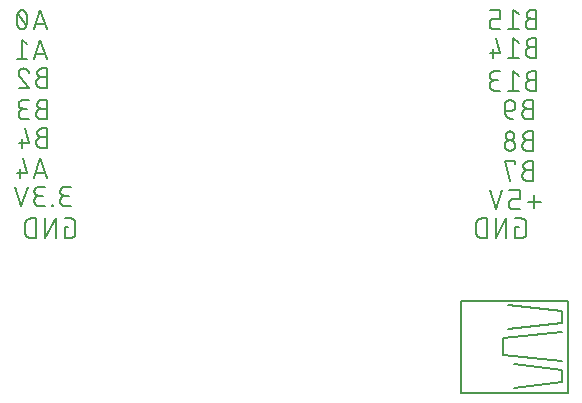
<source format=gbr>
G04 EAGLE Gerber X2 export*
%TF.Part,Single*%
%TF.FileFunction,Legend,Bot,1*%
%TF.FilePolarity,Positive*%
%TF.GenerationSoftware,Autodesk,EAGLE,8.7.1*%
%TF.CreationDate,2018-04-16T05:42:20Z*%
G75*
%MOMM*%
%FSLAX34Y34*%
%LPD*%
%AMOC8*
5,1,8,0,0,1.08239X$1,22.5*%
G01*
%ADD10C,0.152400*%
%ADD11C,0.127000*%


D10*
X472124Y343803D02*
X467608Y343803D01*
X467608Y343804D02*
X467475Y343802D01*
X467343Y343796D01*
X467211Y343786D01*
X467079Y343773D01*
X466947Y343755D01*
X466817Y343734D01*
X466686Y343709D01*
X466557Y343680D01*
X466429Y343647D01*
X466301Y343611D01*
X466175Y343571D01*
X466050Y343527D01*
X465926Y343479D01*
X465804Y343428D01*
X465683Y343373D01*
X465564Y343315D01*
X465446Y343253D01*
X465331Y343188D01*
X465217Y343119D01*
X465106Y343048D01*
X464997Y342972D01*
X464890Y342894D01*
X464785Y342813D01*
X464683Y342728D01*
X464583Y342641D01*
X464486Y342551D01*
X464391Y342458D01*
X464300Y342362D01*
X464211Y342264D01*
X464125Y342163D01*
X464042Y342059D01*
X463962Y341953D01*
X463886Y341845D01*
X463812Y341735D01*
X463742Y341622D01*
X463675Y341508D01*
X463612Y341391D01*
X463552Y341273D01*
X463495Y341153D01*
X463442Y341031D01*
X463393Y340908D01*
X463347Y340784D01*
X463305Y340658D01*
X463267Y340531D01*
X463232Y340403D01*
X463201Y340274D01*
X463174Y340145D01*
X463151Y340014D01*
X463131Y339883D01*
X463116Y339751D01*
X463104Y339619D01*
X463096Y339487D01*
X463092Y339354D01*
X463092Y339222D01*
X463096Y339089D01*
X463104Y338957D01*
X463116Y338825D01*
X463131Y338693D01*
X463151Y338562D01*
X463174Y338431D01*
X463201Y338302D01*
X463232Y338173D01*
X463267Y338045D01*
X463305Y337918D01*
X463347Y337792D01*
X463393Y337668D01*
X463442Y337545D01*
X463495Y337423D01*
X463552Y337303D01*
X463612Y337185D01*
X463675Y337068D01*
X463742Y336954D01*
X463812Y336841D01*
X463886Y336731D01*
X463962Y336623D01*
X464042Y336517D01*
X464125Y336413D01*
X464211Y336312D01*
X464300Y336214D01*
X464391Y336118D01*
X464486Y336025D01*
X464583Y335935D01*
X464683Y335848D01*
X464785Y335763D01*
X464890Y335682D01*
X464997Y335604D01*
X465106Y335528D01*
X465217Y335457D01*
X465331Y335388D01*
X465446Y335323D01*
X465564Y335261D01*
X465683Y335203D01*
X465804Y335148D01*
X465926Y335097D01*
X466050Y335049D01*
X466175Y335005D01*
X466301Y334965D01*
X466429Y334929D01*
X466557Y334896D01*
X466686Y334867D01*
X466817Y334842D01*
X466947Y334821D01*
X467079Y334803D01*
X467211Y334790D01*
X467343Y334780D01*
X467475Y334774D01*
X467608Y334772D01*
X472124Y334772D01*
X472124Y351028D01*
X467608Y351028D01*
X467489Y351026D01*
X467369Y351020D01*
X467250Y351010D01*
X467132Y350996D01*
X467013Y350979D01*
X466896Y350957D01*
X466779Y350932D01*
X466664Y350902D01*
X466549Y350869D01*
X466435Y350832D01*
X466323Y350792D01*
X466212Y350747D01*
X466103Y350699D01*
X465995Y350648D01*
X465889Y350593D01*
X465785Y350534D01*
X465683Y350472D01*
X465583Y350407D01*
X465485Y350338D01*
X465389Y350266D01*
X465296Y350191D01*
X465206Y350114D01*
X465118Y350033D01*
X465033Y349949D01*
X464951Y349862D01*
X464871Y349773D01*
X464795Y349681D01*
X464721Y349587D01*
X464651Y349490D01*
X464584Y349392D01*
X464520Y349291D01*
X464460Y349187D01*
X464403Y349082D01*
X464350Y348975D01*
X464300Y348867D01*
X464254Y348757D01*
X464212Y348645D01*
X464173Y348532D01*
X464138Y348418D01*
X464107Y348303D01*
X464079Y348186D01*
X464056Y348069D01*
X464036Y347952D01*
X464020Y347833D01*
X464008Y347714D01*
X464000Y347595D01*
X463996Y347476D01*
X463996Y347356D01*
X464000Y347237D01*
X464008Y347118D01*
X464020Y346999D01*
X464036Y346880D01*
X464056Y346763D01*
X464079Y346646D01*
X464107Y346529D01*
X464138Y346414D01*
X464173Y346300D01*
X464212Y346187D01*
X464254Y346075D01*
X464300Y345965D01*
X464350Y345857D01*
X464403Y345750D01*
X464460Y345645D01*
X464520Y345541D01*
X464584Y345440D01*
X464651Y345342D01*
X464721Y345245D01*
X464795Y345151D01*
X464871Y345059D01*
X464951Y344970D01*
X465033Y344883D01*
X465118Y344799D01*
X465206Y344718D01*
X465296Y344641D01*
X465389Y344566D01*
X465485Y344494D01*
X465583Y344425D01*
X465683Y344360D01*
X465785Y344298D01*
X465889Y344239D01*
X465995Y344184D01*
X466103Y344133D01*
X466212Y344085D01*
X466323Y344040D01*
X466435Y344000D01*
X466549Y343963D01*
X466664Y343930D01*
X466779Y343900D01*
X466896Y343875D01*
X467013Y343853D01*
X467132Y343836D01*
X467250Y343822D01*
X467369Y343812D01*
X467489Y343806D01*
X467608Y343804D01*
X457224Y347416D02*
X452709Y351028D01*
X452709Y334772D01*
X457224Y334772D02*
X448193Y334772D01*
X441593Y334772D02*
X436174Y334772D01*
X436056Y334774D01*
X435938Y334780D01*
X435820Y334789D01*
X435703Y334803D01*
X435586Y334820D01*
X435469Y334841D01*
X435354Y334866D01*
X435239Y334895D01*
X435125Y334928D01*
X435013Y334964D01*
X434902Y335004D01*
X434792Y335047D01*
X434683Y335094D01*
X434576Y335144D01*
X434471Y335199D01*
X434368Y335256D01*
X434267Y335317D01*
X434167Y335381D01*
X434070Y335448D01*
X433975Y335518D01*
X433883Y335592D01*
X433792Y335668D01*
X433705Y335748D01*
X433620Y335830D01*
X433538Y335915D01*
X433458Y336002D01*
X433382Y336093D01*
X433308Y336185D01*
X433238Y336280D01*
X433171Y336377D01*
X433107Y336477D01*
X433046Y336578D01*
X432989Y336681D01*
X432934Y336786D01*
X432884Y336893D01*
X432837Y337002D01*
X432794Y337112D01*
X432754Y337223D01*
X432718Y337335D01*
X432685Y337449D01*
X432656Y337564D01*
X432631Y337679D01*
X432610Y337796D01*
X432593Y337913D01*
X432579Y338030D01*
X432570Y338148D01*
X432564Y338266D01*
X432562Y338384D01*
X432562Y340191D01*
X432564Y340309D01*
X432570Y340427D01*
X432579Y340545D01*
X432593Y340662D01*
X432610Y340779D01*
X432631Y340896D01*
X432656Y341011D01*
X432685Y341126D01*
X432718Y341240D01*
X432754Y341352D01*
X432794Y341463D01*
X432837Y341573D01*
X432884Y341682D01*
X432934Y341789D01*
X432989Y341894D01*
X433046Y341997D01*
X433107Y342098D01*
X433171Y342198D01*
X433238Y342295D01*
X433308Y342390D01*
X433382Y342482D01*
X433458Y342573D01*
X433538Y342660D01*
X433620Y342745D01*
X433705Y342827D01*
X433792Y342907D01*
X433883Y342983D01*
X433975Y343057D01*
X434070Y343127D01*
X434167Y343194D01*
X434267Y343258D01*
X434368Y343319D01*
X434471Y343376D01*
X434576Y343431D01*
X434683Y343481D01*
X434792Y343528D01*
X434902Y343571D01*
X435013Y343611D01*
X435125Y343647D01*
X435239Y343680D01*
X435354Y343709D01*
X435469Y343734D01*
X435586Y343755D01*
X435703Y343772D01*
X435820Y343786D01*
X435938Y343795D01*
X436056Y343801D01*
X436174Y343803D01*
X441593Y343803D01*
X441593Y351028D01*
X432562Y351028D01*
X467608Y319673D02*
X472124Y319673D01*
X467608Y319674D02*
X467475Y319672D01*
X467343Y319666D01*
X467211Y319656D01*
X467079Y319643D01*
X466947Y319625D01*
X466817Y319604D01*
X466686Y319579D01*
X466557Y319550D01*
X466429Y319517D01*
X466301Y319481D01*
X466175Y319441D01*
X466050Y319397D01*
X465926Y319349D01*
X465804Y319298D01*
X465683Y319243D01*
X465564Y319185D01*
X465446Y319123D01*
X465331Y319058D01*
X465217Y318989D01*
X465106Y318918D01*
X464997Y318842D01*
X464890Y318764D01*
X464785Y318683D01*
X464683Y318598D01*
X464583Y318511D01*
X464486Y318421D01*
X464391Y318328D01*
X464300Y318232D01*
X464211Y318134D01*
X464125Y318033D01*
X464042Y317929D01*
X463962Y317823D01*
X463886Y317715D01*
X463812Y317605D01*
X463742Y317492D01*
X463675Y317378D01*
X463612Y317261D01*
X463552Y317143D01*
X463495Y317023D01*
X463442Y316901D01*
X463393Y316778D01*
X463347Y316654D01*
X463305Y316528D01*
X463267Y316401D01*
X463232Y316273D01*
X463201Y316144D01*
X463174Y316015D01*
X463151Y315884D01*
X463131Y315753D01*
X463116Y315621D01*
X463104Y315489D01*
X463096Y315357D01*
X463092Y315224D01*
X463092Y315092D01*
X463096Y314959D01*
X463104Y314827D01*
X463116Y314695D01*
X463131Y314563D01*
X463151Y314432D01*
X463174Y314301D01*
X463201Y314172D01*
X463232Y314043D01*
X463267Y313915D01*
X463305Y313788D01*
X463347Y313662D01*
X463393Y313538D01*
X463442Y313415D01*
X463495Y313293D01*
X463552Y313173D01*
X463612Y313055D01*
X463675Y312938D01*
X463742Y312824D01*
X463812Y312711D01*
X463886Y312601D01*
X463962Y312493D01*
X464042Y312387D01*
X464125Y312283D01*
X464211Y312182D01*
X464300Y312084D01*
X464391Y311988D01*
X464486Y311895D01*
X464583Y311805D01*
X464683Y311718D01*
X464785Y311633D01*
X464890Y311552D01*
X464997Y311474D01*
X465106Y311398D01*
X465217Y311327D01*
X465331Y311258D01*
X465446Y311193D01*
X465564Y311131D01*
X465683Y311073D01*
X465804Y311018D01*
X465926Y310967D01*
X466050Y310919D01*
X466175Y310875D01*
X466301Y310835D01*
X466429Y310799D01*
X466557Y310766D01*
X466686Y310737D01*
X466817Y310712D01*
X466947Y310691D01*
X467079Y310673D01*
X467211Y310660D01*
X467343Y310650D01*
X467475Y310644D01*
X467608Y310642D01*
X472124Y310642D01*
X472124Y326898D01*
X467608Y326898D01*
X467489Y326896D01*
X467369Y326890D01*
X467250Y326880D01*
X467132Y326866D01*
X467013Y326849D01*
X466896Y326827D01*
X466779Y326802D01*
X466664Y326772D01*
X466549Y326739D01*
X466435Y326702D01*
X466323Y326662D01*
X466212Y326617D01*
X466103Y326569D01*
X465995Y326518D01*
X465889Y326463D01*
X465785Y326404D01*
X465683Y326342D01*
X465583Y326277D01*
X465485Y326208D01*
X465389Y326136D01*
X465296Y326061D01*
X465206Y325984D01*
X465118Y325903D01*
X465033Y325819D01*
X464951Y325732D01*
X464871Y325643D01*
X464795Y325551D01*
X464721Y325457D01*
X464651Y325360D01*
X464584Y325262D01*
X464520Y325161D01*
X464460Y325057D01*
X464403Y324952D01*
X464350Y324845D01*
X464300Y324737D01*
X464254Y324627D01*
X464212Y324515D01*
X464173Y324402D01*
X464138Y324288D01*
X464107Y324173D01*
X464079Y324056D01*
X464056Y323939D01*
X464036Y323822D01*
X464020Y323703D01*
X464008Y323584D01*
X464000Y323465D01*
X463996Y323346D01*
X463996Y323226D01*
X464000Y323107D01*
X464008Y322988D01*
X464020Y322869D01*
X464036Y322750D01*
X464056Y322633D01*
X464079Y322516D01*
X464107Y322399D01*
X464138Y322284D01*
X464173Y322170D01*
X464212Y322057D01*
X464254Y321945D01*
X464300Y321835D01*
X464350Y321727D01*
X464403Y321620D01*
X464460Y321515D01*
X464520Y321411D01*
X464584Y321310D01*
X464651Y321212D01*
X464721Y321115D01*
X464795Y321021D01*
X464871Y320929D01*
X464951Y320840D01*
X465033Y320753D01*
X465118Y320669D01*
X465206Y320588D01*
X465296Y320511D01*
X465389Y320436D01*
X465485Y320364D01*
X465583Y320295D01*
X465683Y320230D01*
X465785Y320168D01*
X465889Y320109D01*
X465995Y320054D01*
X466103Y320003D01*
X466212Y319955D01*
X466323Y319910D01*
X466435Y319870D01*
X466549Y319833D01*
X466664Y319800D01*
X466779Y319770D01*
X466896Y319745D01*
X467013Y319723D01*
X467132Y319706D01*
X467250Y319692D01*
X467369Y319682D01*
X467489Y319676D01*
X467608Y319674D01*
X457224Y323286D02*
X452709Y326898D01*
X452709Y310642D01*
X457224Y310642D02*
X448193Y310642D01*
X441593Y314254D02*
X437981Y326898D01*
X441593Y314254D02*
X432562Y314254D01*
X435271Y317867D02*
X435271Y310642D01*
X467608Y291733D02*
X472124Y291733D01*
X467608Y291734D02*
X467475Y291732D01*
X467343Y291726D01*
X467211Y291716D01*
X467079Y291703D01*
X466947Y291685D01*
X466817Y291664D01*
X466686Y291639D01*
X466557Y291610D01*
X466429Y291577D01*
X466301Y291541D01*
X466175Y291501D01*
X466050Y291457D01*
X465926Y291409D01*
X465804Y291358D01*
X465683Y291303D01*
X465564Y291245D01*
X465446Y291183D01*
X465331Y291118D01*
X465217Y291049D01*
X465106Y290978D01*
X464997Y290902D01*
X464890Y290824D01*
X464785Y290743D01*
X464683Y290658D01*
X464583Y290571D01*
X464486Y290481D01*
X464391Y290388D01*
X464300Y290292D01*
X464211Y290194D01*
X464125Y290093D01*
X464042Y289989D01*
X463962Y289883D01*
X463886Y289775D01*
X463812Y289665D01*
X463742Y289552D01*
X463675Y289438D01*
X463612Y289321D01*
X463552Y289203D01*
X463495Y289083D01*
X463442Y288961D01*
X463393Y288838D01*
X463347Y288714D01*
X463305Y288588D01*
X463267Y288461D01*
X463232Y288333D01*
X463201Y288204D01*
X463174Y288075D01*
X463151Y287944D01*
X463131Y287813D01*
X463116Y287681D01*
X463104Y287549D01*
X463096Y287417D01*
X463092Y287284D01*
X463092Y287152D01*
X463096Y287019D01*
X463104Y286887D01*
X463116Y286755D01*
X463131Y286623D01*
X463151Y286492D01*
X463174Y286361D01*
X463201Y286232D01*
X463232Y286103D01*
X463267Y285975D01*
X463305Y285848D01*
X463347Y285722D01*
X463393Y285598D01*
X463442Y285475D01*
X463495Y285353D01*
X463552Y285233D01*
X463612Y285115D01*
X463675Y284998D01*
X463742Y284884D01*
X463812Y284771D01*
X463886Y284661D01*
X463962Y284553D01*
X464042Y284447D01*
X464125Y284343D01*
X464211Y284242D01*
X464300Y284144D01*
X464391Y284048D01*
X464486Y283955D01*
X464583Y283865D01*
X464683Y283778D01*
X464785Y283693D01*
X464890Y283612D01*
X464997Y283534D01*
X465106Y283458D01*
X465217Y283387D01*
X465331Y283318D01*
X465446Y283253D01*
X465564Y283191D01*
X465683Y283133D01*
X465804Y283078D01*
X465926Y283027D01*
X466050Y282979D01*
X466175Y282935D01*
X466301Y282895D01*
X466429Y282859D01*
X466557Y282826D01*
X466686Y282797D01*
X466817Y282772D01*
X466947Y282751D01*
X467079Y282733D01*
X467211Y282720D01*
X467343Y282710D01*
X467475Y282704D01*
X467608Y282702D01*
X472124Y282702D01*
X472124Y298958D01*
X467608Y298958D01*
X467489Y298956D01*
X467369Y298950D01*
X467250Y298940D01*
X467132Y298926D01*
X467013Y298909D01*
X466896Y298887D01*
X466779Y298862D01*
X466664Y298832D01*
X466549Y298799D01*
X466435Y298762D01*
X466323Y298722D01*
X466212Y298677D01*
X466103Y298629D01*
X465995Y298578D01*
X465889Y298523D01*
X465785Y298464D01*
X465683Y298402D01*
X465583Y298337D01*
X465485Y298268D01*
X465389Y298196D01*
X465296Y298121D01*
X465206Y298044D01*
X465118Y297963D01*
X465033Y297879D01*
X464951Y297792D01*
X464871Y297703D01*
X464795Y297611D01*
X464721Y297517D01*
X464651Y297420D01*
X464584Y297322D01*
X464520Y297221D01*
X464460Y297117D01*
X464403Y297012D01*
X464350Y296905D01*
X464300Y296797D01*
X464254Y296687D01*
X464212Y296575D01*
X464173Y296462D01*
X464138Y296348D01*
X464107Y296233D01*
X464079Y296116D01*
X464056Y295999D01*
X464036Y295882D01*
X464020Y295763D01*
X464008Y295644D01*
X464000Y295525D01*
X463996Y295406D01*
X463996Y295286D01*
X464000Y295167D01*
X464008Y295048D01*
X464020Y294929D01*
X464036Y294810D01*
X464056Y294693D01*
X464079Y294576D01*
X464107Y294459D01*
X464138Y294344D01*
X464173Y294230D01*
X464212Y294117D01*
X464254Y294005D01*
X464300Y293895D01*
X464350Y293787D01*
X464403Y293680D01*
X464460Y293575D01*
X464520Y293471D01*
X464584Y293370D01*
X464651Y293272D01*
X464721Y293175D01*
X464795Y293081D01*
X464871Y292989D01*
X464951Y292900D01*
X465033Y292813D01*
X465118Y292729D01*
X465206Y292648D01*
X465296Y292571D01*
X465389Y292496D01*
X465485Y292424D01*
X465583Y292355D01*
X465683Y292290D01*
X465785Y292228D01*
X465889Y292169D01*
X465995Y292114D01*
X466103Y292063D01*
X466212Y292015D01*
X466323Y291970D01*
X466435Y291930D01*
X466549Y291893D01*
X466664Y291860D01*
X466779Y291830D01*
X466896Y291805D01*
X467013Y291783D01*
X467132Y291766D01*
X467250Y291752D01*
X467369Y291742D01*
X467489Y291736D01*
X467608Y291734D01*
X457224Y295346D02*
X452709Y298958D01*
X452709Y282702D01*
X457224Y282702D02*
X448193Y282702D01*
X441593Y282702D02*
X437078Y282702D01*
X436945Y282704D01*
X436813Y282710D01*
X436681Y282720D01*
X436549Y282733D01*
X436417Y282751D01*
X436287Y282772D01*
X436156Y282797D01*
X436027Y282826D01*
X435899Y282859D01*
X435771Y282895D01*
X435645Y282935D01*
X435520Y282979D01*
X435396Y283027D01*
X435274Y283078D01*
X435153Y283133D01*
X435034Y283191D01*
X434916Y283253D01*
X434801Y283318D01*
X434687Y283387D01*
X434576Y283458D01*
X434467Y283534D01*
X434360Y283612D01*
X434255Y283693D01*
X434153Y283778D01*
X434053Y283865D01*
X433956Y283955D01*
X433861Y284048D01*
X433770Y284144D01*
X433681Y284242D01*
X433595Y284343D01*
X433512Y284447D01*
X433432Y284553D01*
X433356Y284661D01*
X433282Y284771D01*
X433212Y284884D01*
X433145Y284998D01*
X433082Y285115D01*
X433022Y285233D01*
X432965Y285353D01*
X432912Y285475D01*
X432863Y285598D01*
X432817Y285722D01*
X432775Y285848D01*
X432737Y285975D01*
X432702Y286103D01*
X432671Y286232D01*
X432644Y286361D01*
X432621Y286492D01*
X432601Y286623D01*
X432586Y286755D01*
X432574Y286887D01*
X432566Y287019D01*
X432562Y287152D01*
X432562Y287284D01*
X432566Y287417D01*
X432574Y287549D01*
X432586Y287681D01*
X432601Y287813D01*
X432621Y287944D01*
X432644Y288075D01*
X432671Y288204D01*
X432702Y288333D01*
X432737Y288461D01*
X432775Y288588D01*
X432817Y288714D01*
X432863Y288838D01*
X432912Y288961D01*
X432965Y289083D01*
X433022Y289203D01*
X433082Y289321D01*
X433145Y289438D01*
X433212Y289552D01*
X433282Y289665D01*
X433356Y289775D01*
X433432Y289883D01*
X433512Y289989D01*
X433595Y290093D01*
X433681Y290194D01*
X433770Y290292D01*
X433861Y290388D01*
X433956Y290481D01*
X434053Y290571D01*
X434153Y290658D01*
X434255Y290743D01*
X434360Y290824D01*
X434467Y290902D01*
X434576Y290978D01*
X434687Y291049D01*
X434801Y291118D01*
X434916Y291183D01*
X435034Y291245D01*
X435153Y291303D01*
X435274Y291358D01*
X435396Y291409D01*
X435520Y291457D01*
X435645Y291501D01*
X435771Y291541D01*
X435899Y291577D01*
X436027Y291610D01*
X436156Y291639D01*
X436287Y291664D01*
X436417Y291685D01*
X436549Y291703D01*
X436681Y291716D01*
X436813Y291726D01*
X436945Y291732D01*
X437078Y291734D01*
X436174Y298958D02*
X441593Y298958D01*
X436174Y298958D02*
X436055Y298956D01*
X435935Y298950D01*
X435816Y298940D01*
X435698Y298926D01*
X435579Y298909D01*
X435462Y298887D01*
X435345Y298862D01*
X435230Y298832D01*
X435115Y298799D01*
X435001Y298762D01*
X434889Y298722D01*
X434778Y298677D01*
X434669Y298629D01*
X434561Y298578D01*
X434455Y298523D01*
X434351Y298464D01*
X434249Y298402D01*
X434149Y298337D01*
X434051Y298268D01*
X433955Y298196D01*
X433862Y298121D01*
X433772Y298044D01*
X433684Y297963D01*
X433599Y297879D01*
X433517Y297792D01*
X433437Y297703D01*
X433361Y297611D01*
X433287Y297517D01*
X433217Y297420D01*
X433150Y297322D01*
X433086Y297221D01*
X433026Y297117D01*
X432969Y297012D01*
X432916Y296905D01*
X432866Y296797D01*
X432820Y296687D01*
X432778Y296575D01*
X432739Y296462D01*
X432704Y296348D01*
X432673Y296233D01*
X432645Y296116D01*
X432622Y295999D01*
X432602Y295882D01*
X432586Y295763D01*
X432574Y295644D01*
X432566Y295525D01*
X432562Y295406D01*
X432562Y295286D01*
X432566Y295167D01*
X432574Y295048D01*
X432586Y294929D01*
X432602Y294810D01*
X432622Y294693D01*
X432645Y294576D01*
X432673Y294459D01*
X432704Y294344D01*
X432739Y294230D01*
X432778Y294117D01*
X432820Y294005D01*
X432866Y293895D01*
X432916Y293787D01*
X432969Y293680D01*
X433026Y293575D01*
X433086Y293471D01*
X433150Y293370D01*
X433217Y293272D01*
X433287Y293175D01*
X433361Y293081D01*
X433437Y292989D01*
X433517Y292900D01*
X433599Y292813D01*
X433684Y292729D01*
X433772Y292648D01*
X433862Y292571D01*
X433955Y292496D01*
X434051Y292424D01*
X434149Y292355D01*
X434249Y292290D01*
X434351Y292228D01*
X434455Y292169D01*
X434561Y292114D01*
X434669Y292063D01*
X434778Y292015D01*
X434889Y291970D01*
X435001Y291930D01*
X435115Y291893D01*
X435230Y291860D01*
X435345Y291830D01*
X435462Y291805D01*
X435579Y291783D01*
X435698Y291766D01*
X435816Y291752D01*
X435935Y291742D01*
X436055Y291736D01*
X436174Y291734D01*
X436174Y291733D02*
X439787Y291733D01*
X464677Y267603D02*
X469192Y267603D01*
X464677Y267604D02*
X464544Y267602D01*
X464412Y267596D01*
X464280Y267586D01*
X464148Y267573D01*
X464016Y267555D01*
X463886Y267534D01*
X463755Y267509D01*
X463626Y267480D01*
X463498Y267447D01*
X463370Y267411D01*
X463244Y267371D01*
X463119Y267327D01*
X462995Y267279D01*
X462873Y267228D01*
X462752Y267173D01*
X462633Y267115D01*
X462515Y267053D01*
X462400Y266988D01*
X462286Y266919D01*
X462175Y266848D01*
X462066Y266772D01*
X461959Y266694D01*
X461854Y266613D01*
X461752Y266528D01*
X461652Y266441D01*
X461555Y266351D01*
X461460Y266258D01*
X461369Y266162D01*
X461280Y266064D01*
X461194Y265963D01*
X461111Y265859D01*
X461031Y265753D01*
X460955Y265645D01*
X460881Y265535D01*
X460811Y265422D01*
X460744Y265308D01*
X460681Y265191D01*
X460621Y265073D01*
X460564Y264953D01*
X460511Y264831D01*
X460462Y264708D01*
X460416Y264584D01*
X460374Y264458D01*
X460336Y264331D01*
X460301Y264203D01*
X460270Y264074D01*
X460243Y263945D01*
X460220Y263814D01*
X460200Y263683D01*
X460185Y263551D01*
X460173Y263419D01*
X460165Y263287D01*
X460161Y263154D01*
X460161Y263022D01*
X460165Y262889D01*
X460173Y262757D01*
X460185Y262625D01*
X460200Y262493D01*
X460220Y262362D01*
X460243Y262231D01*
X460270Y262102D01*
X460301Y261973D01*
X460336Y261845D01*
X460374Y261718D01*
X460416Y261592D01*
X460462Y261468D01*
X460511Y261345D01*
X460564Y261223D01*
X460621Y261103D01*
X460681Y260985D01*
X460744Y260868D01*
X460811Y260754D01*
X460881Y260641D01*
X460955Y260531D01*
X461031Y260423D01*
X461111Y260317D01*
X461194Y260213D01*
X461280Y260112D01*
X461369Y260014D01*
X461460Y259918D01*
X461555Y259825D01*
X461652Y259735D01*
X461752Y259648D01*
X461854Y259563D01*
X461959Y259482D01*
X462066Y259404D01*
X462175Y259328D01*
X462286Y259257D01*
X462400Y259188D01*
X462515Y259123D01*
X462633Y259061D01*
X462752Y259003D01*
X462873Y258948D01*
X462995Y258897D01*
X463119Y258849D01*
X463244Y258805D01*
X463370Y258765D01*
X463498Y258729D01*
X463626Y258696D01*
X463755Y258667D01*
X463886Y258642D01*
X464016Y258621D01*
X464148Y258603D01*
X464280Y258590D01*
X464412Y258580D01*
X464544Y258574D01*
X464677Y258572D01*
X469192Y258572D01*
X469192Y274828D01*
X464677Y274828D01*
X464558Y274826D01*
X464438Y274820D01*
X464319Y274810D01*
X464201Y274796D01*
X464082Y274779D01*
X463965Y274757D01*
X463848Y274732D01*
X463733Y274702D01*
X463618Y274669D01*
X463504Y274632D01*
X463392Y274592D01*
X463281Y274547D01*
X463172Y274499D01*
X463064Y274448D01*
X462958Y274393D01*
X462854Y274334D01*
X462752Y274272D01*
X462652Y274207D01*
X462554Y274138D01*
X462458Y274066D01*
X462365Y273991D01*
X462275Y273914D01*
X462187Y273833D01*
X462102Y273749D01*
X462020Y273662D01*
X461940Y273573D01*
X461864Y273481D01*
X461790Y273387D01*
X461720Y273290D01*
X461653Y273192D01*
X461589Y273091D01*
X461529Y272987D01*
X461472Y272882D01*
X461419Y272775D01*
X461369Y272667D01*
X461323Y272557D01*
X461281Y272445D01*
X461242Y272332D01*
X461207Y272218D01*
X461176Y272103D01*
X461148Y271986D01*
X461125Y271869D01*
X461105Y271752D01*
X461089Y271633D01*
X461077Y271514D01*
X461069Y271395D01*
X461065Y271276D01*
X461065Y271156D01*
X461069Y271037D01*
X461077Y270918D01*
X461089Y270799D01*
X461105Y270680D01*
X461125Y270563D01*
X461148Y270446D01*
X461176Y270329D01*
X461207Y270214D01*
X461242Y270100D01*
X461281Y269987D01*
X461323Y269875D01*
X461369Y269765D01*
X461419Y269657D01*
X461472Y269550D01*
X461529Y269445D01*
X461589Y269341D01*
X461653Y269240D01*
X461720Y269142D01*
X461790Y269045D01*
X461864Y268951D01*
X461940Y268859D01*
X462020Y268770D01*
X462102Y268683D01*
X462187Y268599D01*
X462275Y268518D01*
X462365Y268441D01*
X462458Y268366D01*
X462554Y268294D01*
X462652Y268225D01*
X462752Y268160D01*
X462854Y268098D01*
X462958Y268039D01*
X463064Y267984D01*
X463172Y267933D01*
X463281Y267885D01*
X463392Y267840D01*
X463504Y267800D01*
X463618Y267763D01*
X463733Y267730D01*
X463848Y267700D01*
X463965Y267675D01*
X464082Y267653D01*
X464201Y267636D01*
X464319Y267622D01*
X464438Y267612D01*
X464558Y267606D01*
X464677Y267604D01*
X450681Y265797D02*
X445262Y265797D01*
X450681Y265797D02*
X450799Y265799D01*
X450917Y265805D01*
X451035Y265814D01*
X451152Y265828D01*
X451269Y265845D01*
X451386Y265866D01*
X451501Y265891D01*
X451616Y265920D01*
X451730Y265953D01*
X451842Y265989D01*
X451953Y266029D01*
X452063Y266072D01*
X452172Y266119D01*
X452279Y266169D01*
X452384Y266224D01*
X452487Y266281D01*
X452588Y266342D01*
X452688Y266406D01*
X452785Y266473D01*
X452880Y266543D01*
X452972Y266617D01*
X453063Y266693D01*
X453150Y266773D01*
X453235Y266855D01*
X453317Y266940D01*
X453397Y267027D01*
X453473Y267118D01*
X453547Y267210D01*
X453617Y267305D01*
X453684Y267402D01*
X453748Y267502D01*
X453809Y267603D01*
X453866Y267706D01*
X453921Y267811D01*
X453971Y267918D01*
X454018Y268027D01*
X454061Y268137D01*
X454101Y268248D01*
X454137Y268360D01*
X454170Y268474D01*
X454199Y268589D01*
X454224Y268704D01*
X454245Y268821D01*
X454262Y268938D01*
X454276Y269055D01*
X454285Y269173D01*
X454291Y269291D01*
X454293Y269409D01*
X454293Y270312D01*
X454294Y270312D02*
X454292Y270445D01*
X454286Y270577D01*
X454276Y270709D01*
X454263Y270841D01*
X454245Y270973D01*
X454224Y271103D01*
X454199Y271234D01*
X454170Y271363D01*
X454137Y271491D01*
X454101Y271619D01*
X454061Y271745D01*
X454017Y271870D01*
X453969Y271994D01*
X453918Y272116D01*
X453863Y272237D01*
X453805Y272356D01*
X453743Y272474D01*
X453678Y272589D01*
X453609Y272703D01*
X453538Y272814D01*
X453462Y272923D01*
X453384Y273030D01*
X453303Y273135D01*
X453218Y273237D01*
X453131Y273337D01*
X453041Y273434D01*
X452948Y273529D01*
X452852Y273620D01*
X452754Y273709D01*
X452653Y273795D01*
X452549Y273878D01*
X452443Y273958D01*
X452335Y274034D01*
X452225Y274108D01*
X452112Y274178D01*
X451998Y274245D01*
X451881Y274308D01*
X451763Y274368D01*
X451643Y274425D01*
X451521Y274478D01*
X451398Y274527D01*
X451274Y274573D01*
X451148Y274615D01*
X451021Y274653D01*
X450893Y274688D01*
X450764Y274719D01*
X450635Y274746D01*
X450504Y274769D01*
X450373Y274789D01*
X450241Y274804D01*
X450109Y274816D01*
X449977Y274824D01*
X449844Y274828D01*
X449712Y274828D01*
X449579Y274824D01*
X449447Y274816D01*
X449315Y274804D01*
X449183Y274789D01*
X449052Y274769D01*
X448921Y274746D01*
X448792Y274719D01*
X448663Y274688D01*
X448535Y274653D01*
X448408Y274615D01*
X448282Y274573D01*
X448158Y274527D01*
X448035Y274478D01*
X447913Y274425D01*
X447793Y274368D01*
X447675Y274308D01*
X447558Y274245D01*
X447444Y274178D01*
X447331Y274108D01*
X447221Y274034D01*
X447113Y273958D01*
X447007Y273878D01*
X446903Y273795D01*
X446802Y273709D01*
X446704Y273620D01*
X446608Y273529D01*
X446515Y273434D01*
X446425Y273337D01*
X446338Y273237D01*
X446253Y273135D01*
X446172Y273030D01*
X446094Y272923D01*
X446018Y272814D01*
X445947Y272703D01*
X445878Y272589D01*
X445813Y272474D01*
X445751Y272356D01*
X445693Y272237D01*
X445638Y272116D01*
X445587Y271994D01*
X445539Y271870D01*
X445495Y271745D01*
X445455Y271619D01*
X445419Y271491D01*
X445386Y271363D01*
X445357Y271234D01*
X445332Y271103D01*
X445311Y270973D01*
X445293Y270841D01*
X445280Y270709D01*
X445270Y270577D01*
X445264Y270445D01*
X445262Y270312D01*
X445262Y265797D01*
X445264Y265622D01*
X445270Y265448D01*
X445281Y265274D01*
X445296Y265100D01*
X445315Y264926D01*
X445338Y264753D01*
X445365Y264581D01*
X445397Y264409D01*
X445432Y264238D01*
X445472Y264068D01*
X445516Y263899D01*
X445564Y263731D01*
X445616Y263564D01*
X445672Y263399D01*
X445732Y263235D01*
X445795Y263072D01*
X445863Y262912D01*
X445935Y262752D01*
X446010Y262595D01*
X446090Y262439D01*
X446173Y262286D01*
X446259Y262134D01*
X446350Y261985D01*
X446444Y261838D01*
X446541Y261693D01*
X446642Y261550D01*
X446746Y261410D01*
X446854Y261273D01*
X446965Y261138D01*
X447079Y261006D01*
X447196Y260877D01*
X447317Y260750D01*
X447440Y260627D01*
X447567Y260506D01*
X447696Y260389D01*
X447828Y260275D01*
X447963Y260164D01*
X448100Y260056D01*
X448240Y259952D01*
X448383Y259851D01*
X448528Y259754D01*
X448675Y259660D01*
X448824Y259569D01*
X448976Y259483D01*
X449129Y259400D01*
X449285Y259320D01*
X449442Y259245D01*
X449602Y259173D01*
X449762Y259105D01*
X449925Y259042D01*
X450089Y258982D01*
X450254Y258926D01*
X450421Y258874D01*
X450589Y258826D01*
X450758Y258782D01*
X450928Y258742D01*
X451099Y258707D01*
X451271Y258675D01*
X451443Y258648D01*
X451616Y258625D01*
X451790Y258606D01*
X451964Y258591D01*
X452138Y258580D01*
X452312Y258574D01*
X452487Y258572D01*
X464677Y240933D02*
X469192Y240933D01*
X464677Y240934D02*
X464544Y240932D01*
X464412Y240926D01*
X464280Y240916D01*
X464148Y240903D01*
X464016Y240885D01*
X463886Y240864D01*
X463755Y240839D01*
X463626Y240810D01*
X463498Y240777D01*
X463370Y240741D01*
X463244Y240701D01*
X463119Y240657D01*
X462995Y240609D01*
X462873Y240558D01*
X462752Y240503D01*
X462633Y240445D01*
X462515Y240383D01*
X462400Y240318D01*
X462286Y240249D01*
X462175Y240178D01*
X462066Y240102D01*
X461959Y240024D01*
X461854Y239943D01*
X461752Y239858D01*
X461652Y239771D01*
X461555Y239681D01*
X461460Y239588D01*
X461369Y239492D01*
X461280Y239394D01*
X461194Y239293D01*
X461111Y239189D01*
X461031Y239083D01*
X460955Y238975D01*
X460881Y238865D01*
X460811Y238752D01*
X460744Y238638D01*
X460681Y238521D01*
X460621Y238403D01*
X460564Y238283D01*
X460511Y238161D01*
X460462Y238038D01*
X460416Y237914D01*
X460374Y237788D01*
X460336Y237661D01*
X460301Y237533D01*
X460270Y237404D01*
X460243Y237275D01*
X460220Y237144D01*
X460200Y237013D01*
X460185Y236881D01*
X460173Y236749D01*
X460165Y236617D01*
X460161Y236484D01*
X460161Y236352D01*
X460165Y236219D01*
X460173Y236087D01*
X460185Y235955D01*
X460200Y235823D01*
X460220Y235692D01*
X460243Y235561D01*
X460270Y235432D01*
X460301Y235303D01*
X460336Y235175D01*
X460374Y235048D01*
X460416Y234922D01*
X460462Y234798D01*
X460511Y234675D01*
X460564Y234553D01*
X460621Y234433D01*
X460681Y234315D01*
X460744Y234198D01*
X460811Y234084D01*
X460881Y233971D01*
X460955Y233861D01*
X461031Y233753D01*
X461111Y233647D01*
X461194Y233543D01*
X461280Y233442D01*
X461369Y233344D01*
X461460Y233248D01*
X461555Y233155D01*
X461652Y233065D01*
X461752Y232978D01*
X461854Y232893D01*
X461959Y232812D01*
X462066Y232734D01*
X462175Y232658D01*
X462286Y232587D01*
X462400Y232518D01*
X462515Y232453D01*
X462633Y232391D01*
X462752Y232333D01*
X462873Y232278D01*
X462995Y232227D01*
X463119Y232179D01*
X463244Y232135D01*
X463370Y232095D01*
X463498Y232059D01*
X463626Y232026D01*
X463755Y231997D01*
X463886Y231972D01*
X464016Y231951D01*
X464148Y231933D01*
X464280Y231920D01*
X464412Y231910D01*
X464544Y231904D01*
X464677Y231902D01*
X469192Y231902D01*
X469192Y248158D01*
X464677Y248158D01*
X464558Y248156D01*
X464438Y248150D01*
X464319Y248140D01*
X464201Y248126D01*
X464082Y248109D01*
X463965Y248087D01*
X463848Y248062D01*
X463733Y248032D01*
X463618Y247999D01*
X463504Y247962D01*
X463392Y247922D01*
X463281Y247877D01*
X463172Y247829D01*
X463064Y247778D01*
X462958Y247723D01*
X462854Y247664D01*
X462752Y247602D01*
X462652Y247537D01*
X462554Y247468D01*
X462458Y247396D01*
X462365Y247321D01*
X462275Y247244D01*
X462187Y247163D01*
X462102Y247079D01*
X462020Y246992D01*
X461940Y246903D01*
X461864Y246811D01*
X461790Y246717D01*
X461720Y246620D01*
X461653Y246522D01*
X461589Y246421D01*
X461529Y246317D01*
X461472Y246212D01*
X461419Y246105D01*
X461369Y245997D01*
X461323Y245887D01*
X461281Y245775D01*
X461242Y245662D01*
X461207Y245548D01*
X461176Y245433D01*
X461148Y245316D01*
X461125Y245199D01*
X461105Y245082D01*
X461089Y244963D01*
X461077Y244844D01*
X461069Y244725D01*
X461065Y244606D01*
X461065Y244486D01*
X461069Y244367D01*
X461077Y244248D01*
X461089Y244129D01*
X461105Y244010D01*
X461125Y243893D01*
X461148Y243776D01*
X461176Y243659D01*
X461207Y243544D01*
X461242Y243430D01*
X461281Y243317D01*
X461323Y243205D01*
X461369Y243095D01*
X461419Y242987D01*
X461472Y242880D01*
X461529Y242775D01*
X461589Y242671D01*
X461653Y242570D01*
X461720Y242472D01*
X461790Y242375D01*
X461864Y242281D01*
X461940Y242189D01*
X462020Y242100D01*
X462102Y242013D01*
X462187Y241929D01*
X462275Y241848D01*
X462365Y241771D01*
X462458Y241696D01*
X462554Y241624D01*
X462652Y241555D01*
X462752Y241490D01*
X462854Y241428D01*
X462958Y241369D01*
X463064Y241314D01*
X463172Y241263D01*
X463281Y241215D01*
X463392Y241170D01*
X463504Y241130D01*
X463618Y241093D01*
X463733Y241060D01*
X463848Y241030D01*
X463965Y241005D01*
X464082Y240983D01*
X464201Y240966D01*
X464319Y240952D01*
X464438Y240942D01*
X464558Y240936D01*
X464677Y240934D01*
X454294Y236418D02*
X454292Y236551D01*
X454286Y236683D01*
X454276Y236815D01*
X454263Y236947D01*
X454245Y237079D01*
X454224Y237209D01*
X454199Y237340D01*
X454170Y237469D01*
X454137Y237597D01*
X454101Y237725D01*
X454061Y237851D01*
X454017Y237976D01*
X453969Y238100D01*
X453918Y238222D01*
X453863Y238343D01*
X453805Y238462D01*
X453743Y238580D01*
X453678Y238695D01*
X453609Y238809D01*
X453538Y238920D01*
X453462Y239029D01*
X453384Y239136D01*
X453303Y239241D01*
X453218Y239343D01*
X453131Y239443D01*
X453041Y239540D01*
X452948Y239635D01*
X452852Y239726D01*
X452754Y239815D01*
X452653Y239901D01*
X452549Y239984D01*
X452443Y240064D01*
X452335Y240140D01*
X452225Y240214D01*
X452112Y240284D01*
X451998Y240351D01*
X451881Y240414D01*
X451763Y240474D01*
X451643Y240531D01*
X451521Y240584D01*
X451398Y240633D01*
X451274Y240679D01*
X451148Y240721D01*
X451021Y240759D01*
X450893Y240794D01*
X450764Y240825D01*
X450635Y240852D01*
X450504Y240875D01*
X450373Y240895D01*
X450241Y240910D01*
X450109Y240922D01*
X449977Y240930D01*
X449844Y240934D01*
X449712Y240934D01*
X449579Y240930D01*
X449447Y240922D01*
X449315Y240910D01*
X449183Y240895D01*
X449052Y240875D01*
X448921Y240852D01*
X448792Y240825D01*
X448663Y240794D01*
X448535Y240759D01*
X448408Y240721D01*
X448282Y240679D01*
X448158Y240633D01*
X448035Y240584D01*
X447913Y240531D01*
X447793Y240474D01*
X447675Y240414D01*
X447558Y240351D01*
X447444Y240284D01*
X447331Y240214D01*
X447221Y240140D01*
X447113Y240064D01*
X447007Y239984D01*
X446903Y239901D01*
X446802Y239815D01*
X446704Y239726D01*
X446608Y239635D01*
X446515Y239540D01*
X446425Y239443D01*
X446338Y239343D01*
X446253Y239241D01*
X446172Y239136D01*
X446094Y239029D01*
X446018Y238920D01*
X445947Y238809D01*
X445878Y238695D01*
X445813Y238580D01*
X445751Y238462D01*
X445693Y238343D01*
X445638Y238222D01*
X445587Y238100D01*
X445539Y237976D01*
X445495Y237851D01*
X445455Y237725D01*
X445419Y237597D01*
X445386Y237469D01*
X445357Y237340D01*
X445332Y237209D01*
X445311Y237079D01*
X445293Y236947D01*
X445280Y236815D01*
X445270Y236683D01*
X445264Y236551D01*
X445262Y236418D01*
X445264Y236285D01*
X445270Y236153D01*
X445280Y236021D01*
X445293Y235889D01*
X445311Y235757D01*
X445332Y235627D01*
X445357Y235496D01*
X445386Y235367D01*
X445419Y235239D01*
X445455Y235111D01*
X445495Y234985D01*
X445539Y234860D01*
X445587Y234736D01*
X445638Y234614D01*
X445693Y234493D01*
X445751Y234374D01*
X445813Y234256D01*
X445878Y234141D01*
X445947Y234027D01*
X446018Y233916D01*
X446094Y233807D01*
X446172Y233700D01*
X446253Y233595D01*
X446338Y233493D01*
X446425Y233393D01*
X446515Y233296D01*
X446608Y233201D01*
X446704Y233110D01*
X446802Y233021D01*
X446903Y232935D01*
X447007Y232852D01*
X447113Y232772D01*
X447221Y232696D01*
X447331Y232622D01*
X447444Y232552D01*
X447558Y232485D01*
X447675Y232422D01*
X447793Y232362D01*
X447913Y232305D01*
X448035Y232252D01*
X448158Y232203D01*
X448282Y232157D01*
X448408Y232115D01*
X448535Y232077D01*
X448663Y232042D01*
X448792Y232011D01*
X448921Y231984D01*
X449052Y231961D01*
X449183Y231941D01*
X449315Y231926D01*
X449447Y231914D01*
X449579Y231906D01*
X449712Y231902D01*
X449844Y231902D01*
X449977Y231906D01*
X450109Y231914D01*
X450241Y231926D01*
X450373Y231941D01*
X450504Y231961D01*
X450635Y231984D01*
X450764Y232011D01*
X450893Y232042D01*
X451021Y232077D01*
X451148Y232115D01*
X451274Y232157D01*
X451398Y232203D01*
X451521Y232252D01*
X451643Y232305D01*
X451763Y232362D01*
X451881Y232422D01*
X451998Y232485D01*
X452112Y232552D01*
X452225Y232622D01*
X452335Y232696D01*
X452443Y232772D01*
X452549Y232852D01*
X452653Y232935D01*
X452754Y233021D01*
X452852Y233110D01*
X452948Y233201D01*
X453041Y233296D01*
X453131Y233393D01*
X453218Y233493D01*
X453303Y233595D01*
X453384Y233700D01*
X453462Y233807D01*
X453538Y233916D01*
X453609Y234027D01*
X453678Y234141D01*
X453743Y234256D01*
X453805Y234374D01*
X453863Y234493D01*
X453918Y234614D01*
X453969Y234736D01*
X454017Y234860D01*
X454061Y234985D01*
X454101Y235111D01*
X454137Y235239D01*
X454170Y235367D01*
X454199Y235496D01*
X454224Y235627D01*
X454245Y235757D01*
X454263Y235889D01*
X454276Y236021D01*
X454286Y236153D01*
X454292Y236285D01*
X454294Y236418D01*
X453390Y244546D02*
X453388Y244665D01*
X453382Y244785D01*
X453372Y244904D01*
X453358Y245022D01*
X453341Y245141D01*
X453319Y245258D01*
X453294Y245375D01*
X453264Y245490D01*
X453231Y245605D01*
X453194Y245719D01*
X453154Y245831D01*
X453109Y245942D01*
X453061Y246051D01*
X453010Y246159D01*
X452955Y246265D01*
X452896Y246369D01*
X452834Y246471D01*
X452769Y246571D01*
X452700Y246669D01*
X452628Y246765D01*
X452553Y246858D01*
X452476Y246948D01*
X452395Y247036D01*
X452311Y247121D01*
X452224Y247203D01*
X452135Y247283D01*
X452043Y247359D01*
X451949Y247433D01*
X451852Y247503D01*
X451754Y247570D01*
X451653Y247634D01*
X451549Y247694D01*
X451444Y247751D01*
X451337Y247804D01*
X451229Y247854D01*
X451119Y247900D01*
X451007Y247942D01*
X450894Y247981D01*
X450780Y248016D01*
X450665Y248047D01*
X450548Y248075D01*
X450431Y248098D01*
X450314Y248118D01*
X450195Y248134D01*
X450076Y248146D01*
X449957Y248154D01*
X449838Y248158D01*
X449718Y248158D01*
X449599Y248154D01*
X449480Y248146D01*
X449361Y248134D01*
X449242Y248118D01*
X449125Y248098D01*
X449008Y248075D01*
X448891Y248047D01*
X448776Y248016D01*
X448662Y247981D01*
X448549Y247942D01*
X448437Y247900D01*
X448327Y247854D01*
X448219Y247804D01*
X448112Y247751D01*
X448007Y247694D01*
X447903Y247634D01*
X447802Y247570D01*
X447704Y247503D01*
X447607Y247433D01*
X447513Y247359D01*
X447421Y247283D01*
X447332Y247203D01*
X447245Y247121D01*
X447161Y247036D01*
X447080Y246948D01*
X447003Y246858D01*
X446928Y246765D01*
X446856Y246669D01*
X446787Y246571D01*
X446722Y246471D01*
X446660Y246369D01*
X446601Y246265D01*
X446546Y246159D01*
X446495Y246051D01*
X446447Y245942D01*
X446402Y245831D01*
X446362Y245719D01*
X446325Y245605D01*
X446292Y245490D01*
X446262Y245375D01*
X446237Y245258D01*
X446215Y245141D01*
X446198Y245022D01*
X446184Y244904D01*
X446174Y244785D01*
X446168Y244665D01*
X446166Y244546D01*
X446168Y244427D01*
X446174Y244307D01*
X446184Y244188D01*
X446198Y244070D01*
X446215Y243951D01*
X446237Y243834D01*
X446262Y243717D01*
X446292Y243602D01*
X446325Y243487D01*
X446362Y243373D01*
X446402Y243261D01*
X446447Y243150D01*
X446495Y243041D01*
X446546Y242933D01*
X446601Y242827D01*
X446660Y242723D01*
X446722Y242621D01*
X446787Y242521D01*
X446856Y242423D01*
X446928Y242327D01*
X447003Y242234D01*
X447080Y242144D01*
X447161Y242056D01*
X447245Y241971D01*
X447332Y241889D01*
X447421Y241809D01*
X447513Y241733D01*
X447607Y241659D01*
X447704Y241589D01*
X447802Y241522D01*
X447903Y241458D01*
X448007Y241398D01*
X448112Y241341D01*
X448219Y241288D01*
X448327Y241238D01*
X448437Y241192D01*
X448549Y241150D01*
X448662Y241111D01*
X448776Y241076D01*
X448891Y241045D01*
X449008Y241017D01*
X449125Y240994D01*
X449242Y240974D01*
X449361Y240958D01*
X449480Y240946D01*
X449599Y240938D01*
X449718Y240934D01*
X449838Y240934D01*
X449957Y240938D01*
X450076Y240946D01*
X450195Y240958D01*
X450314Y240974D01*
X450431Y240994D01*
X450548Y241017D01*
X450665Y241045D01*
X450780Y241076D01*
X450894Y241111D01*
X451007Y241150D01*
X451119Y241192D01*
X451229Y241238D01*
X451337Y241288D01*
X451444Y241341D01*
X451549Y241398D01*
X451653Y241458D01*
X451754Y241522D01*
X451852Y241589D01*
X451949Y241659D01*
X452043Y241733D01*
X452135Y241809D01*
X452224Y241889D01*
X452311Y241971D01*
X452395Y242056D01*
X452476Y242144D01*
X452553Y242234D01*
X452628Y242327D01*
X452700Y242423D01*
X452769Y242521D01*
X452834Y242621D01*
X452896Y242723D01*
X452955Y242827D01*
X453010Y242933D01*
X453061Y243041D01*
X453109Y243150D01*
X453154Y243261D01*
X453194Y243373D01*
X453231Y243487D01*
X453264Y243602D01*
X453294Y243717D01*
X453319Y243834D01*
X453341Y243951D01*
X453358Y244070D01*
X453372Y244188D01*
X453382Y244307D01*
X453388Y244427D01*
X453390Y244546D01*
X464677Y215533D02*
X469192Y215533D01*
X464677Y215534D02*
X464544Y215532D01*
X464412Y215526D01*
X464280Y215516D01*
X464148Y215503D01*
X464016Y215485D01*
X463886Y215464D01*
X463755Y215439D01*
X463626Y215410D01*
X463498Y215377D01*
X463370Y215341D01*
X463244Y215301D01*
X463119Y215257D01*
X462995Y215209D01*
X462873Y215158D01*
X462752Y215103D01*
X462633Y215045D01*
X462515Y214983D01*
X462400Y214918D01*
X462286Y214849D01*
X462175Y214778D01*
X462066Y214702D01*
X461959Y214624D01*
X461854Y214543D01*
X461752Y214458D01*
X461652Y214371D01*
X461555Y214281D01*
X461460Y214188D01*
X461369Y214092D01*
X461280Y213994D01*
X461194Y213893D01*
X461111Y213789D01*
X461031Y213683D01*
X460955Y213575D01*
X460881Y213465D01*
X460811Y213352D01*
X460744Y213238D01*
X460681Y213121D01*
X460621Y213003D01*
X460564Y212883D01*
X460511Y212761D01*
X460462Y212638D01*
X460416Y212514D01*
X460374Y212388D01*
X460336Y212261D01*
X460301Y212133D01*
X460270Y212004D01*
X460243Y211875D01*
X460220Y211744D01*
X460200Y211613D01*
X460185Y211481D01*
X460173Y211349D01*
X460165Y211217D01*
X460161Y211084D01*
X460161Y210952D01*
X460165Y210819D01*
X460173Y210687D01*
X460185Y210555D01*
X460200Y210423D01*
X460220Y210292D01*
X460243Y210161D01*
X460270Y210032D01*
X460301Y209903D01*
X460336Y209775D01*
X460374Y209648D01*
X460416Y209522D01*
X460462Y209398D01*
X460511Y209275D01*
X460564Y209153D01*
X460621Y209033D01*
X460681Y208915D01*
X460744Y208798D01*
X460811Y208684D01*
X460881Y208571D01*
X460955Y208461D01*
X461031Y208353D01*
X461111Y208247D01*
X461194Y208143D01*
X461280Y208042D01*
X461369Y207944D01*
X461460Y207848D01*
X461555Y207755D01*
X461652Y207665D01*
X461752Y207578D01*
X461854Y207493D01*
X461959Y207412D01*
X462066Y207334D01*
X462175Y207258D01*
X462286Y207187D01*
X462400Y207118D01*
X462515Y207053D01*
X462633Y206991D01*
X462752Y206933D01*
X462873Y206878D01*
X462995Y206827D01*
X463119Y206779D01*
X463244Y206735D01*
X463370Y206695D01*
X463498Y206659D01*
X463626Y206626D01*
X463755Y206597D01*
X463886Y206572D01*
X464016Y206551D01*
X464148Y206533D01*
X464280Y206520D01*
X464412Y206510D01*
X464544Y206504D01*
X464677Y206502D01*
X469192Y206502D01*
X469192Y222758D01*
X464677Y222758D01*
X464558Y222756D01*
X464438Y222750D01*
X464319Y222740D01*
X464201Y222726D01*
X464082Y222709D01*
X463965Y222687D01*
X463848Y222662D01*
X463733Y222632D01*
X463618Y222599D01*
X463504Y222562D01*
X463392Y222522D01*
X463281Y222477D01*
X463172Y222429D01*
X463064Y222378D01*
X462958Y222323D01*
X462854Y222264D01*
X462752Y222202D01*
X462652Y222137D01*
X462554Y222068D01*
X462458Y221996D01*
X462365Y221921D01*
X462275Y221844D01*
X462187Y221763D01*
X462102Y221679D01*
X462020Y221592D01*
X461940Y221503D01*
X461864Y221411D01*
X461790Y221317D01*
X461720Y221220D01*
X461653Y221122D01*
X461589Y221021D01*
X461529Y220917D01*
X461472Y220812D01*
X461419Y220705D01*
X461369Y220597D01*
X461323Y220487D01*
X461281Y220375D01*
X461242Y220262D01*
X461207Y220148D01*
X461176Y220033D01*
X461148Y219916D01*
X461125Y219799D01*
X461105Y219682D01*
X461089Y219563D01*
X461077Y219444D01*
X461069Y219325D01*
X461065Y219206D01*
X461065Y219086D01*
X461069Y218967D01*
X461077Y218848D01*
X461089Y218729D01*
X461105Y218610D01*
X461125Y218493D01*
X461148Y218376D01*
X461176Y218259D01*
X461207Y218144D01*
X461242Y218030D01*
X461281Y217917D01*
X461323Y217805D01*
X461369Y217695D01*
X461419Y217587D01*
X461472Y217480D01*
X461529Y217375D01*
X461589Y217271D01*
X461653Y217170D01*
X461720Y217072D01*
X461790Y216975D01*
X461864Y216881D01*
X461940Y216789D01*
X462020Y216700D01*
X462102Y216613D01*
X462187Y216529D01*
X462275Y216448D01*
X462365Y216371D01*
X462458Y216296D01*
X462554Y216224D01*
X462652Y216155D01*
X462752Y216090D01*
X462854Y216028D01*
X462958Y215969D01*
X463064Y215914D01*
X463172Y215863D01*
X463281Y215815D01*
X463392Y215770D01*
X463504Y215730D01*
X463618Y215693D01*
X463733Y215660D01*
X463848Y215630D01*
X463965Y215605D01*
X464082Y215583D01*
X464201Y215566D01*
X464319Y215552D01*
X464438Y215542D01*
X464558Y215536D01*
X464677Y215534D01*
X454293Y220952D02*
X454293Y222758D01*
X445262Y222758D01*
X449778Y206502D01*
X464867Y188694D02*
X475704Y188694D01*
X470285Y194112D02*
X470285Y183275D01*
X458127Y182372D02*
X452709Y182372D01*
X452591Y182374D01*
X452473Y182380D01*
X452355Y182389D01*
X452238Y182403D01*
X452121Y182420D01*
X452004Y182441D01*
X451889Y182466D01*
X451774Y182495D01*
X451660Y182528D01*
X451548Y182564D01*
X451437Y182604D01*
X451327Y182647D01*
X451218Y182694D01*
X451111Y182744D01*
X451006Y182799D01*
X450903Y182856D01*
X450802Y182917D01*
X450702Y182981D01*
X450605Y183048D01*
X450510Y183118D01*
X450418Y183192D01*
X450327Y183268D01*
X450240Y183348D01*
X450155Y183430D01*
X450073Y183515D01*
X449993Y183602D01*
X449917Y183693D01*
X449843Y183785D01*
X449773Y183880D01*
X449706Y183977D01*
X449642Y184077D01*
X449581Y184178D01*
X449524Y184281D01*
X449469Y184386D01*
X449419Y184493D01*
X449372Y184602D01*
X449329Y184712D01*
X449289Y184823D01*
X449253Y184935D01*
X449220Y185049D01*
X449191Y185164D01*
X449166Y185279D01*
X449145Y185396D01*
X449128Y185513D01*
X449114Y185630D01*
X449105Y185748D01*
X449099Y185866D01*
X449097Y185984D01*
X449096Y185984D02*
X449096Y187791D01*
X449097Y187791D02*
X449099Y187909D01*
X449105Y188027D01*
X449114Y188145D01*
X449128Y188262D01*
X449145Y188379D01*
X449166Y188496D01*
X449191Y188611D01*
X449220Y188726D01*
X449253Y188840D01*
X449289Y188952D01*
X449329Y189063D01*
X449372Y189173D01*
X449419Y189282D01*
X449469Y189389D01*
X449524Y189494D01*
X449581Y189597D01*
X449642Y189698D01*
X449706Y189798D01*
X449773Y189895D01*
X449843Y189990D01*
X449917Y190082D01*
X449993Y190173D01*
X450073Y190260D01*
X450155Y190345D01*
X450240Y190427D01*
X450327Y190507D01*
X450418Y190583D01*
X450510Y190657D01*
X450605Y190727D01*
X450702Y190794D01*
X450802Y190858D01*
X450903Y190919D01*
X451006Y190976D01*
X451111Y191031D01*
X451218Y191081D01*
X451327Y191128D01*
X451437Y191171D01*
X451548Y191211D01*
X451660Y191247D01*
X451774Y191280D01*
X451889Y191309D01*
X452004Y191334D01*
X452121Y191355D01*
X452238Y191372D01*
X452355Y191386D01*
X452473Y191395D01*
X452591Y191401D01*
X452709Y191403D01*
X458127Y191403D01*
X458127Y198628D01*
X449096Y198628D01*
X443399Y198628D02*
X437981Y182372D01*
X432562Y198628D01*
X454479Y167273D02*
X457188Y167273D01*
X454479Y167273D02*
X454479Y158242D01*
X459897Y158242D01*
X460015Y158244D01*
X460133Y158250D01*
X460251Y158259D01*
X460368Y158273D01*
X460485Y158290D01*
X460602Y158311D01*
X460717Y158336D01*
X460832Y158365D01*
X460946Y158398D01*
X461058Y158434D01*
X461169Y158474D01*
X461279Y158517D01*
X461388Y158564D01*
X461495Y158614D01*
X461600Y158669D01*
X461703Y158726D01*
X461804Y158787D01*
X461904Y158851D01*
X462001Y158918D01*
X462096Y158988D01*
X462188Y159062D01*
X462279Y159138D01*
X462366Y159218D01*
X462451Y159300D01*
X462533Y159385D01*
X462613Y159472D01*
X462689Y159563D01*
X462763Y159655D01*
X462833Y159750D01*
X462900Y159847D01*
X462964Y159947D01*
X463025Y160048D01*
X463082Y160151D01*
X463137Y160256D01*
X463187Y160363D01*
X463234Y160472D01*
X463277Y160582D01*
X463317Y160693D01*
X463353Y160805D01*
X463386Y160919D01*
X463415Y161034D01*
X463440Y161149D01*
X463461Y161266D01*
X463478Y161383D01*
X463492Y161500D01*
X463501Y161618D01*
X463507Y161736D01*
X463509Y161854D01*
X463510Y161854D02*
X463510Y170886D01*
X463509Y170886D02*
X463507Y171004D01*
X463501Y171122D01*
X463492Y171240D01*
X463478Y171357D01*
X463461Y171474D01*
X463440Y171591D01*
X463415Y171706D01*
X463386Y171821D01*
X463353Y171935D01*
X463317Y172047D01*
X463277Y172158D01*
X463234Y172268D01*
X463187Y172377D01*
X463137Y172484D01*
X463082Y172589D01*
X463025Y172692D01*
X462964Y172793D01*
X462900Y172893D01*
X462833Y172990D01*
X462763Y173085D01*
X462689Y173177D01*
X462613Y173268D01*
X462533Y173355D01*
X462451Y173440D01*
X462366Y173522D01*
X462279Y173602D01*
X462188Y173678D01*
X462096Y173752D01*
X462001Y173822D01*
X461904Y173889D01*
X461804Y173953D01*
X461703Y174014D01*
X461600Y174071D01*
X461495Y174126D01*
X461388Y174176D01*
X461279Y174223D01*
X461169Y174266D01*
X461058Y174306D01*
X460946Y174342D01*
X460832Y174375D01*
X460717Y174404D01*
X460602Y174429D01*
X460485Y174450D01*
X460368Y174467D01*
X460251Y174481D01*
X460133Y174490D01*
X460015Y174496D01*
X459897Y174498D01*
X454479Y174498D01*
X446836Y174498D02*
X446836Y158242D01*
X437805Y158242D02*
X446836Y174498D01*
X437805Y174498D02*
X437805Y158242D01*
X430163Y158242D02*
X430163Y174498D01*
X425648Y174498D01*
X425517Y174496D01*
X425385Y174490D01*
X425254Y174481D01*
X425124Y174467D01*
X424993Y174450D01*
X424864Y174429D01*
X424735Y174405D01*
X424607Y174376D01*
X424479Y174344D01*
X424353Y174308D01*
X424228Y174269D01*
X424103Y174226D01*
X423981Y174179D01*
X423859Y174129D01*
X423739Y174075D01*
X423621Y174018D01*
X423505Y173957D01*
X423390Y173893D01*
X423277Y173826D01*
X423166Y173755D01*
X423058Y173681D01*
X422951Y173604D01*
X422847Y173524D01*
X422745Y173441D01*
X422646Y173356D01*
X422549Y173267D01*
X422455Y173175D01*
X422363Y173081D01*
X422274Y172984D01*
X422189Y172885D01*
X422106Y172783D01*
X422026Y172679D01*
X421949Y172572D01*
X421875Y172464D01*
X421804Y172353D01*
X421737Y172240D01*
X421673Y172125D01*
X421612Y172009D01*
X421555Y171891D01*
X421501Y171771D01*
X421451Y171649D01*
X421404Y171527D01*
X421361Y171402D01*
X421322Y171277D01*
X421286Y171151D01*
X421254Y171023D01*
X421225Y170895D01*
X421201Y170766D01*
X421180Y170637D01*
X421163Y170506D01*
X421149Y170376D01*
X421140Y170245D01*
X421134Y170113D01*
X421132Y169982D01*
X421132Y162758D01*
X421134Y162627D01*
X421140Y162495D01*
X421149Y162364D01*
X421163Y162234D01*
X421180Y162103D01*
X421201Y161974D01*
X421225Y161845D01*
X421254Y161717D01*
X421286Y161589D01*
X421322Y161463D01*
X421361Y161338D01*
X421404Y161213D01*
X421451Y161091D01*
X421501Y160969D01*
X421555Y160849D01*
X421612Y160731D01*
X421673Y160615D01*
X421737Y160500D01*
X421804Y160387D01*
X421875Y160276D01*
X421949Y160168D01*
X422026Y160061D01*
X422106Y159957D01*
X422189Y159855D01*
X422274Y159756D01*
X422363Y159659D01*
X422455Y159565D01*
X422549Y159473D01*
X422646Y159384D01*
X422745Y159299D01*
X422847Y159216D01*
X422951Y159136D01*
X423058Y159059D01*
X423166Y158985D01*
X423277Y158914D01*
X423390Y158847D01*
X423505Y158783D01*
X423621Y158722D01*
X423739Y158665D01*
X423859Y158611D01*
X423981Y158561D01*
X424103Y158514D01*
X424228Y158471D01*
X424353Y158432D01*
X424479Y158396D01*
X424607Y158364D01*
X424735Y158335D01*
X424864Y158311D01*
X424993Y158290D01*
X425124Y158273D01*
X425254Y158259D01*
X425385Y158250D01*
X425517Y158244D01*
X425648Y158242D01*
X430163Y158242D01*
X57658Y334772D02*
X52239Y351028D01*
X46821Y334772D01*
X48175Y338836D02*
X56303Y338836D01*
X41123Y342900D02*
X41119Y343220D01*
X41108Y343539D01*
X41089Y343859D01*
X41062Y344177D01*
X41028Y344495D01*
X40986Y344812D01*
X40936Y345128D01*
X40879Y345443D01*
X40815Y345756D01*
X40743Y346068D01*
X40664Y346378D01*
X40577Y346685D01*
X40483Y346991D01*
X40382Y347294D01*
X40273Y347595D01*
X40158Y347893D01*
X40035Y348189D01*
X39905Y348481D01*
X39768Y348770D01*
X39769Y348771D02*
X39730Y348879D01*
X39687Y348986D01*
X39641Y349091D01*
X39590Y349195D01*
X39537Y349297D01*
X39480Y349397D01*
X39419Y349495D01*
X39355Y349590D01*
X39288Y349684D01*
X39217Y349775D01*
X39144Y349864D01*
X39067Y349950D01*
X38988Y350033D01*
X38906Y350114D01*
X38821Y350192D01*
X38733Y350266D01*
X38643Y350338D01*
X38551Y350406D01*
X38456Y350472D01*
X38359Y350534D01*
X38260Y350592D01*
X38158Y350648D01*
X38056Y350699D01*
X37951Y350747D01*
X37845Y350792D01*
X37737Y350833D01*
X37628Y350870D01*
X37518Y350903D01*
X37406Y350932D01*
X37294Y350958D01*
X37181Y350980D01*
X37067Y350997D01*
X36953Y351011D01*
X36838Y351021D01*
X36723Y351027D01*
X36608Y351029D01*
X36608Y351028D02*
X36493Y351026D01*
X36378Y351020D01*
X36263Y351010D01*
X36149Y350996D01*
X36035Y350979D01*
X35922Y350957D01*
X35810Y350931D01*
X35698Y350902D01*
X35588Y350869D01*
X35479Y350832D01*
X35371Y350791D01*
X35265Y350746D01*
X35161Y350698D01*
X35058Y350647D01*
X34957Y350591D01*
X34857Y350533D01*
X34760Y350471D01*
X34666Y350406D01*
X34573Y350337D01*
X34483Y350265D01*
X34395Y350191D01*
X34310Y350113D01*
X34228Y350032D01*
X34149Y349949D01*
X34072Y349863D01*
X33999Y349774D01*
X33928Y349683D01*
X33861Y349589D01*
X33797Y349494D01*
X33736Y349396D01*
X33679Y349296D01*
X33626Y349194D01*
X33575Y349090D01*
X33529Y348985D01*
X33486Y348878D01*
X33447Y348770D01*
X33448Y348770D02*
X33311Y348481D01*
X33181Y348189D01*
X33058Y347893D01*
X32943Y347595D01*
X32834Y347294D01*
X32733Y346991D01*
X32639Y346685D01*
X32552Y346378D01*
X32473Y346068D01*
X32401Y345756D01*
X32337Y345443D01*
X32280Y345128D01*
X32230Y344812D01*
X32188Y344495D01*
X32154Y344177D01*
X32127Y343859D01*
X32108Y343539D01*
X32097Y343220D01*
X32093Y342900D01*
X41123Y342900D02*
X41119Y342580D01*
X41108Y342261D01*
X41089Y341941D01*
X41062Y341623D01*
X41028Y341305D01*
X40986Y340988D01*
X40936Y340672D01*
X40879Y340357D01*
X40815Y340044D01*
X40743Y339732D01*
X40664Y339422D01*
X40577Y339115D01*
X40483Y338809D01*
X40382Y338506D01*
X40273Y338205D01*
X40158Y337907D01*
X40035Y337611D01*
X39905Y337319D01*
X39768Y337030D01*
X39769Y337030D02*
X39730Y336922D01*
X39687Y336815D01*
X39641Y336710D01*
X39590Y336606D01*
X39537Y336504D01*
X39480Y336404D01*
X39419Y336306D01*
X39355Y336211D01*
X39288Y336117D01*
X39217Y336026D01*
X39144Y335937D01*
X39067Y335851D01*
X38988Y335768D01*
X38906Y335687D01*
X38821Y335609D01*
X38733Y335535D01*
X38643Y335463D01*
X38550Y335394D01*
X38456Y335329D01*
X38359Y335267D01*
X38259Y335209D01*
X38158Y335153D01*
X38056Y335102D01*
X37951Y335054D01*
X37845Y335009D01*
X37737Y334968D01*
X37628Y334931D01*
X37518Y334898D01*
X37406Y334869D01*
X37294Y334843D01*
X37181Y334821D01*
X37067Y334804D01*
X36953Y334790D01*
X36838Y334780D01*
X36723Y334774D01*
X36608Y334772D01*
X33448Y337030D02*
X33311Y337319D01*
X33181Y337611D01*
X33058Y337907D01*
X32943Y338205D01*
X32834Y338506D01*
X32733Y338809D01*
X32639Y339115D01*
X32552Y339422D01*
X32473Y339732D01*
X32401Y340044D01*
X32337Y340357D01*
X32280Y340672D01*
X32230Y340988D01*
X32188Y341305D01*
X32154Y341623D01*
X32127Y341941D01*
X32108Y342261D01*
X32097Y342580D01*
X32093Y342900D01*
X33447Y337030D02*
X33486Y336922D01*
X33529Y336815D01*
X33575Y336710D01*
X33626Y336606D01*
X33679Y336504D01*
X33737Y336404D01*
X33797Y336306D01*
X33861Y336211D01*
X33928Y336117D01*
X33999Y336026D01*
X34072Y335937D01*
X34149Y335851D01*
X34228Y335768D01*
X34310Y335687D01*
X34395Y335609D01*
X34483Y335535D01*
X34573Y335463D01*
X34666Y335394D01*
X34760Y335329D01*
X34857Y335267D01*
X34957Y335209D01*
X35058Y335153D01*
X35161Y335102D01*
X35265Y335054D01*
X35371Y335009D01*
X35479Y334968D01*
X35588Y334931D01*
X35698Y334898D01*
X35810Y334869D01*
X35922Y334843D01*
X36035Y334821D01*
X36149Y334804D01*
X36263Y334790D01*
X36378Y334780D01*
X36493Y334774D01*
X36608Y334772D01*
X40221Y338384D02*
X32996Y347416D01*
X52239Y325628D02*
X57658Y309372D01*
X46821Y309372D02*
X52239Y325628D01*
X48175Y313436D02*
X56303Y313436D01*
X41124Y322016D02*
X36608Y325628D01*
X36608Y309372D01*
X32093Y309372D02*
X41124Y309372D01*
X53142Y294273D02*
X57658Y294273D01*
X53142Y294274D02*
X53009Y294272D01*
X52877Y294266D01*
X52745Y294256D01*
X52613Y294243D01*
X52481Y294225D01*
X52351Y294204D01*
X52220Y294179D01*
X52091Y294150D01*
X51963Y294117D01*
X51835Y294081D01*
X51709Y294041D01*
X51584Y293997D01*
X51460Y293949D01*
X51338Y293898D01*
X51217Y293843D01*
X51098Y293785D01*
X50980Y293723D01*
X50865Y293658D01*
X50751Y293589D01*
X50640Y293518D01*
X50531Y293442D01*
X50424Y293364D01*
X50319Y293283D01*
X50217Y293198D01*
X50117Y293111D01*
X50020Y293021D01*
X49925Y292928D01*
X49834Y292832D01*
X49745Y292734D01*
X49659Y292633D01*
X49576Y292529D01*
X49496Y292423D01*
X49420Y292315D01*
X49346Y292205D01*
X49276Y292092D01*
X49209Y291978D01*
X49146Y291861D01*
X49086Y291743D01*
X49029Y291623D01*
X48976Y291501D01*
X48927Y291378D01*
X48881Y291254D01*
X48839Y291128D01*
X48801Y291001D01*
X48766Y290873D01*
X48735Y290744D01*
X48708Y290615D01*
X48685Y290484D01*
X48665Y290353D01*
X48650Y290221D01*
X48638Y290089D01*
X48630Y289957D01*
X48626Y289824D01*
X48626Y289692D01*
X48630Y289559D01*
X48638Y289427D01*
X48650Y289295D01*
X48665Y289163D01*
X48685Y289032D01*
X48708Y288901D01*
X48735Y288772D01*
X48766Y288643D01*
X48801Y288515D01*
X48839Y288388D01*
X48881Y288262D01*
X48927Y288138D01*
X48976Y288015D01*
X49029Y287893D01*
X49086Y287773D01*
X49146Y287655D01*
X49209Y287538D01*
X49276Y287424D01*
X49346Y287311D01*
X49420Y287201D01*
X49496Y287093D01*
X49576Y286987D01*
X49659Y286883D01*
X49745Y286782D01*
X49834Y286684D01*
X49925Y286588D01*
X50020Y286495D01*
X50117Y286405D01*
X50217Y286318D01*
X50319Y286233D01*
X50424Y286152D01*
X50531Y286074D01*
X50640Y285998D01*
X50751Y285927D01*
X50865Y285858D01*
X50980Y285793D01*
X51098Y285731D01*
X51217Y285673D01*
X51338Y285618D01*
X51460Y285567D01*
X51584Y285519D01*
X51709Y285475D01*
X51835Y285435D01*
X51963Y285399D01*
X52091Y285366D01*
X52220Y285337D01*
X52351Y285312D01*
X52481Y285291D01*
X52613Y285273D01*
X52745Y285260D01*
X52877Y285250D01*
X53009Y285244D01*
X53142Y285242D01*
X57658Y285242D01*
X57658Y301498D01*
X53142Y301498D01*
X53023Y301496D01*
X52903Y301490D01*
X52784Y301480D01*
X52666Y301466D01*
X52547Y301449D01*
X52430Y301427D01*
X52313Y301402D01*
X52198Y301372D01*
X52083Y301339D01*
X51969Y301302D01*
X51857Y301262D01*
X51746Y301217D01*
X51637Y301169D01*
X51529Y301118D01*
X51423Y301063D01*
X51319Y301004D01*
X51217Y300942D01*
X51117Y300877D01*
X51019Y300808D01*
X50923Y300736D01*
X50830Y300661D01*
X50740Y300584D01*
X50652Y300503D01*
X50567Y300419D01*
X50485Y300332D01*
X50405Y300243D01*
X50329Y300151D01*
X50255Y300057D01*
X50185Y299960D01*
X50118Y299862D01*
X50054Y299761D01*
X49994Y299657D01*
X49937Y299552D01*
X49884Y299445D01*
X49834Y299337D01*
X49788Y299227D01*
X49746Y299115D01*
X49707Y299002D01*
X49672Y298888D01*
X49641Y298773D01*
X49613Y298656D01*
X49590Y298539D01*
X49570Y298422D01*
X49554Y298303D01*
X49542Y298184D01*
X49534Y298065D01*
X49530Y297946D01*
X49530Y297826D01*
X49534Y297707D01*
X49542Y297588D01*
X49554Y297469D01*
X49570Y297350D01*
X49590Y297233D01*
X49613Y297116D01*
X49641Y296999D01*
X49672Y296884D01*
X49707Y296770D01*
X49746Y296657D01*
X49788Y296545D01*
X49834Y296435D01*
X49884Y296327D01*
X49937Y296220D01*
X49994Y296115D01*
X50054Y296011D01*
X50118Y295910D01*
X50185Y295812D01*
X50255Y295715D01*
X50329Y295621D01*
X50405Y295529D01*
X50485Y295440D01*
X50567Y295353D01*
X50652Y295269D01*
X50740Y295188D01*
X50830Y295111D01*
X50923Y295036D01*
X51019Y294964D01*
X51117Y294895D01*
X51217Y294830D01*
X51319Y294768D01*
X51423Y294709D01*
X51529Y294654D01*
X51637Y294603D01*
X51746Y294555D01*
X51857Y294510D01*
X51969Y294470D01*
X52083Y294433D01*
X52198Y294400D01*
X52313Y294370D01*
X52430Y294345D01*
X52547Y294323D01*
X52666Y294306D01*
X52784Y294292D01*
X52903Y294282D01*
X53023Y294276D01*
X53142Y294274D01*
X37792Y301498D02*
X37667Y301496D01*
X37542Y301490D01*
X37417Y301481D01*
X37293Y301467D01*
X37169Y301450D01*
X37045Y301429D01*
X36923Y301404D01*
X36801Y301375D01*
X36680Y301343D01*
X36560Y301307D01*
X36441Y301267D01*
X36324Y301224D01*
X36208Y301177D01*
X36093Y301126D01*
X35981Y301072D01*
X35869Y301014D01*
X35760Y300954D01*
X35653Y300889D01*
X35547Y300822D01*
X35444Y300751D01*
X35343Y300677D01*
X35244Y300600D01*
X35148Y300520D01*
X35054Y300437D01*
X34963Y300352D01*
X34874Y300263D01*
X34789Y300172D01*
X34706Y300078D01*
X34626Y299982D01*
X34549Y299883D01*
X34475Y299782D01*
X34404Y299679D01*
X34337Y299573D01*
X34272Y299466D01*
X34212Y299357D01*
X34154Y299245D01*
X34100Y299133D01*
X34049Y299018D01*
X34002Y298902D01*
X33959Y298785D01*
X33919Y298666D01*
X33883Y298546D01*
X33851Y298425D01*
X33822Y298303D01*
X33797Y298181D01*
X33776Y298057D01*
X33759Y297933D01*
X33745Y297809D01*
X33736Y297684D01*
X33730Y297559D01*
X33728Y297434D01*
X37792Y301498D02*
X37935Y301496D01*
X38077Y301490D01*
X38220Y301480D01*
X38362Y301467D01*
X38503Y301449D01*
X38645Y301428D01*
X38785Y301403D01*
X38925Y301374D01*
X39064Y301341D01*
X39202Y301304D01*
X39339Y301264D01*
X39474Y301220D01*
X39609Y301172D01*
X39742Y301120D01*
X39874Y301065D01*
X40004Y301006D01*
X40132Y300944D01*
X40259Y300878D01*
X40384Y300809D01*
X40507Y300737D01*
X40628Y300661D01*
X40746Y300582D01*
X40863Y300499D01*
X40977Y300414D01*
X41089Y300325D01*
X41198Y300234D01*
X41305Y300139D01*
X41410Y300042D01*
X41511Y299941D01*
X41610Y299838D01*
X41706Y299733D01*
X41799Y299624D01*
X41889Y299513D01*
X41976Y299400D01*
X42060Y299285D01*
X42140Y299167D01*
X42218Y299047D01*
X42292Y298925D01*
X42362Y298801D01*
X42430Y298675D01*
X42493Y298547D01*
X42554Y298418D01*
X42611Y298287D01*
X42664Y298155D01*
X42713Y298021D01*
X42759Y297886D01*
X35083Y294273D02*
X34989Y294365D01*
X34899Y294459D01*
X34811Y294556D01*
X34726Y294656D01*
X34644Y294758D01*
X34565Y294863D01*
X34490Y294970D01*
X34418Y295079D01*
X34349Y295190D01*
X34283Y295304D01*
X34221Y295419D01*
X34162Y295536D01*
X34107Y295655D01*
X34056Y295775D01*
X34008Y295897D01*
X33963Y296020D01*
X33923Y296144D01*
X33886Y296270D01*
X33853Y296397D01*
X33824Y296524D01*
X33798Y296653D01*
X33777Y296782D01*
X33759Y296912D01*
X33746Y297042D01*
X33736Y297172D01*
X33730Y297303D01*
X33728Y297434D01*
X35082Y294273D02*
X42759Y285242D01*
X33728Y285242D01*
X53142Y267603D02*
X57658Y267603D01*
X53142Y267604D02*
X53009Y267602D01*
X52877Y267596D01*
X52745Y267586D01*
X52613Y267573D01*
X52481Y267555D01*
X52351Y267534D01*
X52220Y267509D01*
X52091Y267480D01*
X51963Y267447D01*
X51835Y267411D01*
X51709Y267371D01*
X51584Y267327D01*
X51460Y267279D01*
X51338Y267228D01*
X51217Y267173D01*
X51098Y267115D01*
X50980Y267053D01*
X50865Y266988D01*
X50751Y266919D01*
X50640Y266848D01*
X50531Y266772D01*
X50424Y266694D01*
X50319Y266613D01*
X50217Y266528D01*
X50117Y266441D01*
X50020Y266351D01*
X49925Y266258D01*
X49834Y266162D01*
X49745Y266064D01*
X49659Y265963D01*
X49576Y265859D01*
X49496Y265753D01*
X49420Y265645D01*
X49346Y265535D01*
X49276Y265422D01*
X49209Y265308D01*
X49146Y265191D01*
X49086Y265073D01*
X49029Y264953D01*
X48976Y264831D01*
X48927Y264708D01*
X48881Y264584D01*
X48839Y264458D01*
X48801Y264331D01*
X48766Y264203D01*
X48735Y264074D01*
X48708Y263945D01*
X48685Y263814D01*
X48665Y263683D01*
X48650Y263551D01*
X48638Y263419D01*
X48630Y263287D01*
X48626Y263154D01*
X48626Y263022D01*
X48630Y262889D01*
X48638Y262757D01*
X48650Y262625D01*
X48665Y262493D01*
X48685Y262362D01*
X48708Y262231D01*
X48735Y262102D01*
X48766Y261973D01*
X48801Y261845D01*
X48839Y261718D01*
X48881Y261592D01*
X48927Y261468D01*
X48976Y261345D01*
X49029Y261223D01*
X49086Y261103D01*
X49146Y260985D01*
X49209Y260868D01*
X49276Y260754D01*
X49346Y260641D01*
X49420Y260531D01*
X49496Y260423D01*
X49576Y260317D01*
X49659Y260213D01*
X49745Y260112D01*
X49834Y260014D01*
X49925Y259918D01*
X50020Y259825D01*
X50117Y259735D01*
X50217Y259648D01*
X50319Y259563D01*
X50424Y259482D01*
X50531Y259404D01*
X50640Y259328D01*
X50751Y259257D01*
X50865Y259188D01*
X50980Y259123D01*
X51098Y259061D01*
X51217Y259003D01*
X51338Y258948D01*
X51460Y258897D01*
X51584Y258849D01*
X51709Y258805D01*
X51835Y258765D01*
X51963Y258729D01*
X52091Y258696D01*
X52220Y258667D01*
X52351Y258642D01*
X52481Y258621D01*
X52613Y258603D01*
X52745Y258590D01*
X52877Y258580D01*
X53009Y258574D01*
X53142Y258572D01*
X57658Y258572D01*
X57658Y274828D01*
X53142Y274828D01*
X53023Y274826D01*
X52903Y274820D01*
X52784Y274810D01*
X52666Y274796D01*
X52547Y274779D01*
X52430Y274757D01*
X52313Y274732D01*
X52198Y274702D01*
X52083Y274669D01*
X51969Y274632D01*
X51857Y274592D01*
X51746Y274547D01*
X51637Y274499D01*
X51529Y274448D01*
X51423Y274393D01*
X51319Y274334D01*
X51217Y274272D01*
X51117Y274207D01*
X51019Y274138D01*
X50923Y274066D01*
X50830Y273991D01*
X50740Y273914D01*
X50652Y273833D01*
X50567Y273749D01*
X50485Y273662D01*
X50405Y273573D01*
X50329Y273481D01*
X50255Y273387D01*
X50185Y273290D01*
X50118Y273192D01*
X50054Y273091D01*
X49994Y272987D01*
X49937Y272882D01*
X49884Y272775D01*
X49834Y272667D01*
X49788Y272557D01*
X49746Y272445D01*
X49707Y272332D01*
X49672Y272218D01*
X49641Y272103D01*
X49613Y271986D01*
X49590Y271869D01*
X49570Y271752D01*
X49554Y271633D01*
X49542Y271514D01*
X49534Y271395D01*
X49530Y271276D01*
X49530Y271156D01*
X49534Y271037D01*
X49542Y270918D01*
X49554Y270799D01*
X49570Y270680D01*
X49590Y270563D01*
X49613Y270446D01*
X49641Y270329D01*
X49672Y270214D01*
X49707Y270100D01*
X49746Y269987D01*
X49788Y269875D01*
X49834Y269765D01*
X49884Y269657D01*
X49937Y269550D01*
X49994Y269445D01*
X50054Y269341D01*
X50118Y269240D01*
X50185Y269142D01*
X50255Y269045D01*
X50329Y268951D01*
X50405Y268859D01*
X50485Y268770D01*
X50567Y268683D01*
X50652Y268599D01*
X50740Y268518D01*
X50830Y268441D01*
X50923Y268366D01*
X51019Y268294D01*
X51117Y268225D01*
X51217Y268160D01*
X51319Y268098D01*
X51423Y268039D01*
X51529Y267984D01*
X51637Y267933D01*
X51746Y267885D01*
X51857Y267840D01*
X51969Y267800D01*
X52083Y267763D01*
X52198Y267730D01*
X52313Y267700D01*
X52430Y267675D01*
X52547Y267653D01*
X52666Y267636D01*
X52784Y267622D01*
X52903Y267612D01*
X53023Y267606D01*
X53142Y267604D01*
X42759Y258572D02*
X38243Y258572D01*
X38110Y258574D01*
X37978Y258580D01*
X37846Y258590D01*
X37714Y258603D01*
X37582Y258621D01*
X37452Y258642D01*
X37321Y258667D01*
X37192Y258696D01*
X37064Y258729D01*
X36936Y258765D01*
X36810Y258805D01*
X36685Y258849D01*
X36561Y258897D01*
X36439Y258948D01*
X36318Y259003D01*
X36199Y259061D01*
X36081Y259123D01*
X35966Y259188D01*
X35852Y259257D01*
X35741Y259328D01*
X35632Y259404D01*
X35525Y259482D01*
X35420Y259563D01*
X35318Y259648D01*
X35218Y259735D01*
X35121Y259825D01*
X35026Y259918D01*
X34935Y260014D01*
X34846Y260112D01*
X34760Y260213D01*
X34677Y260317D01*
X34597Y260423D01*
X34521Y260531D01*
X34447Y260641D01*
X34377Y260754D01*
X34310Y260868D01*
X34247Y260985D01*
X34187Y261103D01*
X34130Y261223D01*
X34077Y261345D01*
X34028Y261468D01*
X33982Y261592D01*
X33940Y261718D01*
X33902Y261845D01*
X33867Y261973D01*
X33836Y262102D01*
X33809Y262231D01*
X33786Y262362D01*
X33766Y262493D01*
X33751Y262625D01*
X33739Y262757D01*
X33731Y262889D01*
X33727Y263022D01*
X33727Y263154D01*
X33731Y263287D01*
X33739Y263419D01*
X33751Y263551D01*
X33766Y263683D01*
X33786Y263814D01*
X33809Y263945D01*
X33836Y264074D01*
X33867Y264203D01*
X33902Y264331D01*
X33940Y264458D01*
X33982Y264584D01*
X34028Y264708D01*
X34077Y264831D01*
X34130Y264953D01*
X34187Y265073D01*
X34247Y265191D01*
X34310Y265308D01*
X34377Y265422D01*
X34447Y265535D01*
X34521Y265645D01*
X34597Y265753D01*
X34677Y265859D01*
X34760Y265963D01*
X34846Y266064D01*
X34935Y266162D01*
X35026Y266258D01*
X35121Y266351D01*
X35218Y266441D01*
X35318Y266528D01*
X35420Y266613D01*
X35525Y266694D01*
X35632Y266772D01*
X35741Y266848D01*
X35852Y266919D01*
X35966Y266988D01*
X36081Y267053D01*
X36199Y267115D01*
X36318Y267173D01*
X36439Y267228D01*
X36561Y267279D01*
X36685Y267327D01*
X36810Y267371D01*
X36936Y267411D01*
X37064Y267447D01*
X37192Y267480D01*
X37321Y267509D01*
X37452Y267534D01*
X37582Y267555D01*
X37714Y267573D01*
X37846Y267586D01*
X37978Y267596D01*
X38110Y267602D01*
X38243Y267604D01*
X37340Y274828D02*
X42759Y274828D01*
X37340Y274828D02*
X37221Y274826D01*
X37101Y274820D01*
X36982Y274810D01*
X36864Y274796D01*
X36745Y274779D01*
X36628Y274757D01*
X36511Y274732D01*
X36396Y274702D01*
X36281Y274669D01*
X36167Y274632D01*
X36055Y274592D01*
X35944Y274547D01*
X35835Y274499D01*
X35727Y274448D01*
X35621Y274393D01*
X35517Y274334D01*
X35415Y274272D01*
X35315Y274207D01*
X35217Y274138D01*
X35121Y274066D01*
X35028Y273991D01*
X34938Y273914D01*
X34850Y273833D01*
X34765Y273749D01*
X34683Y273662D01*
X34603Y273573D01*
X34527Y273481D01*
X34453Y273387D01*
X34383Y273290D01*
X34316Y273192D01*
X34252Y273091D01*
X34192Y272987D01*
X34135Y272882D01*
X34082Y272775D01*
X34032Y272667D01*
X33986Y272557D01*
X33944Y272445D01*
X33905Y272332D01*
X33870Y272218D01*
X33839Y272103D01*
X33811Y271986D01*
X33788Y271869D01*
X33768Y271752D01*
X33752Y271633D01*
X33740Y271514D01*
X33732Y271395D01*
X33728Y271276D01*
X33728Y271156D01*
X33732Y271037D01*
X33740Y270918D01*
X33752Y270799D01*
X33768Y270680D01*
X33788Y270563D01*
X33811Y270446D01*
X33839Y270329D01*
X33870Y270214D01*
X33905Y270100D01*
X33944Y269987D01*
X33986Y269875D01*
X34032Y269765D01*
X34082Y269657D01*
X34135Y269550D01*
X34192Y269445D01*
X34252Y269341D01*
X34316Y269240D01*
X34383Y269142D01*
X34453Y269045D01*
X34527Y268951D01*
X34603Y268859D01*
X34683Y268770D01*
X34765Y268683D01*
X34850Y268599D01*
X34938Y268518D01*
X35028Y268441D01*
X35121Y268366D01*
X35217Y268294D01*
X35315Y268225D01*
X35415Y268160D01*
X35517Y268098D01*
X35621Y268039D01*
X35727Y267984D01*
X35835Y267933D01*
X35944Y267885D01*
X36055Y267840D01*
X36167Y267800D01*
X36281Y267763D01*
X36396Y267730D01*
X36511Y267700D01*
X36628Y267675D01*
X36745Y267653D01*
X36864Y267636D01*
X36982Y267622D01*
X37101Y267612D01*
X37221Y267606D01*
X37340Y267604D01*
X37340Y267603D02*
X40953Y267603D01*
X53142Y243473D02*
X57658Y243473D01*
X53142Y243474D02*
X53009Y243472D01*
X52877Y243466D01*
X52745Y243456D01*
X52613Y243443D01*
X52481Y243425D01*
X52351Y243404D01*
X52220Y243379D01*
X52091Y243350D01*
X51963Y243317D01*
X51835Y243281D01*
X51709Y243241D01*
X51584Y243197D01*
X51460Y243149D01*
X51338Y243098D01*
X51217Y243043D01*
X51098Y242985D01*
X50980Y242923D01*
X50865Y242858D01*
X50751Y242789D01*
X50640Y242718D01*
X50531Y242642D01*
X50424Y242564D01*
X50319Y242483D01*
X50217Y242398D01*
X50117Y242311D01*
X50020Y242221D01*
X49925Y242128D01*
X49834Y242032D01*
X49745Y241934D01*
X49659Y241833D01*
X49576Y241729D01*
X49496Y241623D01*
X49420Y241515D01*
X49346Y241405D01*
X49276Y241292D01*
X49209Y241178D01*
X49146Y241061D01*
X49086Y240943D01*
X49029Y240823D01*
X48976Y240701D01*
X48927Y240578D01*
X48881Y240454D01*
X48839Y240328D01*
X48801Y240201D01*
X48766Y240073D01*
X48735Y239944D01*
X48708Y239815D01*
X48685Y239684D01*
X48665Y239553D01*
X48650Y239421D01*
X48638Y239289D01*
X48630Y239157D01*
X48626Y239024D01*
X48626Y238892D01*
X48630Y238759D01*
X48638Y238627D01*
X48650Y238495D01*
X48665Y238363D01*
X48685Y238232D01*
X48708Y238101D01*
X48735Y237972D01*
X48766Y237843D01*
X48801Y237715D01*
X48839Y237588D01*
X48881Y237462D01*
X48927Y237338D01*
X48976Y237215D01*
X49029Y237093D01*
X49086Y236973D01*
X49146Y236855D01*
X49209Y236738D01*
X49276Y236624D01*
X49346Y236511D01*
X49420Y236401D01*
X49496Y236293D01*
X49576Y236187D01*
X49659Y236083D01*
X49745Y235982D01*
X49834Y235884D01*
X49925Y235788D01*
X50020Y235695D01*
X50117Y235605D01*
X50217Y235518D01*
X50319Y235433D01*
X50424Y235352D01*
X50531Y235274D01*
X50640Y235198D01*
X50751Y235127D01*
X50865Y235058D01*
X50980Y234993D01*
X51098Y234931D01*
X51217Y234873D01*
X51338Y234818D01*
X51460Y234767D01*
X51584Y234719D01*
X51709Y234675D01*
X51835Y234635D01*
X51963Y234599D01*
X52091Y234566D01*
X52220Y234537D01*
X52351Y234512D01*
X52481Y234491D01*
X52613Y234473D01*
X52745Y234460D01*
X52877Y234450D01*
X53009Y234444D01*
X53142Y234442D01*
X57658Y234442D01*
X57658Y250698D01*
X53142Y250698D01*
X53023Y250696D01*
X52903Y250690D01*
X52784Y250680D01*
X52666Y250666D01*
X52547Y250649D01*
X52430Y250627D01*
X52313Y250602D01*
X52198Y250572D01*
X52083Y250539D01*
X51969Y250502D01*
X51857Y250462D01*
X51746Y250417D01*
X51637Y250369D01*
X51529Y250318D01*
X51423Y250263D01*
X51319Y250204D01*
X51217Y250142D01*
X51117Y250077D01*
X51019Y250008D01*
X50923Y249936D01*
X50830Y249861D01*
X50740Y249784D01*
X50652Y249703D01*
X50567Y249619D01*
X50485Y249532D01*
X50405Y249443D01*
X50329Y249351D01*
X50255Y249257D01*
X50185Y249160D01*
X50118Y249062D01*
X50054Y248961D01*
X49994Y248857D01*
X49937Y248752D01*
X49884Y248645D01*
X49834Y248537D01*
X49788Y248427D01*
X49746Y248315D01*
X49707Y248202D01*
X49672Y248088D01*
X49641Y247973D01*
X49613Y247856D01*
X49590Y247739D01*
X49570Y247622D01*
X49554Y247503D01*
X49542Y247384D01*
X49534Y247265D01*
X49530Y247146D01*
X49530Y247026D01*
X49534Y246907D01*
X49542Y246788D01*
X49554Y246669D01*
X49570Y246550D01*
X49590Y246433D01*
X49613Y246316D01*
X49641Y246199D01*
X49672Y246084D01*
X49707Y245970D01*
X49746Y245857D01*
X49788Y245745D01*
X49834Y245635D01*
X49884Y245527D01*
X49937Y245420D01*
X49994Y245315D01*
X50054Y245211D01*
X50118Y245110D01*
X50185Y245012D01*
X50255Y244915D01*
X50329Y244821D01*
X50405Y244729D01*
X50485Y244640D01*
X50567Y244553D01*
X50652Y244469D01*
X50740Y244388D01*
X50830Y244311D01*
X50923Y244236D01*
X51019Y244164D01*
X51117Y244095D01*
X51217Y244030D01*
X51319Y243968D01*
X51423Y243909D01*
X51529Y243854D01*
X51637Y243803D01*
X51746Y243755D01*
X51857Y243710D01*
X51969Y243670D01*
X52083Y243633D01*
X52198Y243600D01*
X52313Y243570D01*
X52430Y243545D01*
X52547Y243523D01*
X52666Y243506D01*
X52784Y243492D01*
X52903Y243482D01*
X53023Y243476D01*
X53142Y243474D01*
X42759Y238054D02*
X39146Y250698D01*
X42759Y238054D02*
X33728Y238054D01*
X36437Y241667D02*
X36437Y234442D01*
X52239Y225298D02*
X57658Y209042D01*
X46821Y209042D02*
X52239Y225298D01*
X48175Y213106D02*
X56303Y213106D01*
X41124Y212654D02*
X37511Y225298D01*
X41124Y212654D02*
X32093Y212654D01*
X34802Y216267D02*
X34802Y209042D01*
X73462Y184912D02*
X77978Y184912D01*
X73462Y184912D02*
X73329Y184914D01*
X73197Y184920D01*
X73065Y184930D01*
X72933Y184943D01*
X72801Y184961D01*
X72671Y184982D01*
X72540Y185007D01*
X72411Y185036D01*
X72283Y185069D01*
X72155Y185105D01*
X72029Y185145D01*
X71904Y185189D01*
X71780Y185237D01*
X71658Y185288D01*
X71537Y185343D01*
X71418Y185401D01*
X71300Y185463D01*
X71185Y185528D01*
X71071Y185597D01*
X70960Y185668D01*
X70851Y185744D01*
X70744Y185822D01*
X70639Y185903D01*
X70537Y185988D01*
X70437Y186075D01*
X70340Y186165D01*
X70245Y186258D01*
X70154Y186354D01*
X70065Y186452D01*
X69979Y186553D01*
X69896Y186657D01*
X69816Y186763D01*
X69740Y186871D01*
X69666Y186981D01*
X69596Y187094D01*
X69529Y187208D01*
X69466Y187325D01*
X69406Y187443D01*
X69349Y187563D01*
X69296Y187685D01*
X69247Y187808D01*
X69201Y187932D01*
X69159Y188058D01*
X69121Y188185D01*
X69086Y188313D01*
X69055Y188442D01*
X69028Y188571D01*
X69005Y188702D01*
X68985Y188833D01*
X68970Y188965D01*
X68958Y189097D01*
X68950Y189229D01*
X68946Y189362D01*
X68946Y189494D01*
X68950Y189627D01*
X68958Y189759D01*
X68970Y189891D01*
X68985Y190023D01*
X69005Y190154D01*
X69028Y190285D01*
X69055Y190414D01*
X69086Y190543D01*
X69121Y190671D01*
X69159Y190798D01*
X69201Y190924D01*
X69247Y191048D01*
X69296Y191171D01*
X69349Y191293D01*
X69406Y191413D01*
X69466Y191531D01*
X69529Y191648D01*
X69596Y191762D01*
X69666Y191875D01*
X69740Y191985D01*
X69816Y192093D01*
X69896Y192199D01*
X69979Y192303D01*
X70065Y192404D01*
X70154Y192502D01*
X70245Y192598D01*
X70340Y192691D01*
X70437Y192781D01*
X70537Y192868D01*
X70639Y192953D01*
X70744Y193034D01*
X70851Y193112D01*
X70960Y193188D01*
X71071Y193259D01*
X71185Y193328D01*
X71300Y193393D01*
X71418Y193455D01*
X71537Y193513D01*
X71658Y193568D01*
X71780Y193619D01*
X71904Y193667D01*
X72029Y193711D01*
X72155Y193751D01*
X72283Y193787D01*
X72411Y193820D01*
X72540Y193849D01*
X72671Y193874D01*
X72801Y193895D01*
X72933Y193913D01*
X73065Y193926D01*
X73197Y193936D01*
X73329Y193942D01*
X73462Y193944D01*
X72559Y201168D02*
X77978Y201168D01*
X72559Y201168D02*
X72440Y201166D01*
X72320Y201160D01*
X72201Y201150D01*
X72083Y201136D01*
X71964Y201119D01*
X71847Y201097D01*
X71730Y201072D01*
X71615Y201042D01*
X71500Y201009D01*
X71386Y200972D01*
X71274Y200932D01*
X71163Y200887D01*
X71054Y200839D01*
X70946Y200788D01*
X70840Y200733D01*
X70736Y200674D01*
X70634Y200612D01*
X70534Y200547D01*
X70436Y200478D01*
X70340Y200406D01*
X70247Y200331D01*
X70157Y200254D01*
X70069Y200173D01*
X69984Y200089D01*
X69902Y200002D01*
X69822Y199913D01*
X69746Y199821D01*
X69672Y199727D01*
X69602Y199630D01*
X69535Y199532D01*
X69471Y199431D01*
X69411Y199327D01*
X69354Y199222D01*
X69301Y199115D01*
X69251Y199007D01*
X69205Y198897D01*
X69163Y198785D01*
X69124Y198672D01*
X69089Y198558D01*
X69058Y198443D01*
X69030Y198326D01*
X69007Y198209D01*
X68987Y198092D01*
X68971Y197973D01*
X68959Y197854D01*
X68951Y197735D01*
X68947Y197616D01*
X68947Y197496D01*
X68951Y197377D01*
X68959Y197258D01*
X68971Y197139D01*
X68987Y197020D01*
X69007Y196903D01*
X69030Y196786D01*
X69058Y196669D01*
X69089Y196554D01*
X69124Y196440D01*
X69163Y196327D01*
X69205Y196215D01*
X69251Y196105D01*
X69301Y195997D01*
X69354Y195890D01*
X69411Y195785D01*
X69471Y195681D01*
X69535Y195580D01*
X69602Y195482D01*
X69672Y195385D01*
X69746Y195291D01*
X69822Y195199D01*
X69902Y195110D01*
X69984Y195023D01*
X70069Y194939D01*
X70157Y194858D01*
X70247Y194781D01*
X70340Y194706D01*
X70436Y194634D01*
X70534Y194565D01*
X70634Y194500D01*
X70736Y194438D01*
X70840Y194379D01*
X70946Y194324D01*
X71054Y194273D01*
X71163Y194225D01*
X71274Y194180D01*
X71386Y194140D01*
X71500Y194103D01*
X71615Y194070D01*
X71730Y194040D01*
X71847Y194015D01*
X71964Y193993D01*
X72083Y193976D01*
X72201Y193962D01*
X72320Y193952D01*
X72440Y193946D01*
X72559Y193944D01*
X72559Y193943D02*
X76172Y193943D01*
X62972Y185815D02*
X62972Y184912D01*
X62972Y185815D02*
X62069Y185815D01*
X62069Y184912D01*
X62972Y184912D01*
X56094Y184912D02*
X51579Y184912D01*
X51446Y184914D01*
X51314Y184920D01*
X51182Y184930D01*
X51050Y184943D01*
X50918Y184961D01*
X50788Y184982D01*
X50657Y185007D01*
X50528Y185036D01*
X50400Y185069D01*
X50272Y185105D01*
X50146Y185145D01*
X50021Y185189D01*
X49897Y185237D01*
X49775Y185288D01*
X49654Y185343D01*
X49535Y185401D01*
X49417Y185463D01*
X49302Y185528D01*
X49188Y185597D01*
X49077Y185668D01*
X48968Y185744D01*
X48861Y185822D01*
X48756Y185903D01*
X48654Y185988D01*
X48554Y186075D01*
X48457Y186165D01*
X48362Y186258D01*
X48271Y186354D01*
X48182Y186452D01*
X48096Y186553D01*
X48013Y186657D01*
X47933Y186763D01*
X47857Y186871D01*
X47783Y186981D01*
X47713Y187094D01*
X47646Y187208D01*
X47583Y187325D01*
X47523Y187443D01*
X47466Y187563D01*
X47413Y187685D01*
X47364Y187808D01*
X47318Y187932D01*
X47276Y188058D01*
X47238Y188185D01*
X47203Y188313D01*
X47172Y188442D01*
X47145Y188571D01*
X47122Y188702D01*
X47102Y188833D01*
X47087Y188965D01*
X47075Y189097D01*
X47067Y189229D01*
X47063Y189362D01*
X47063Y189494D01*
X47067Y189627D01*
X47075Y189759D01*
X47087Y189891D01*
X47102Y190023D01*
X47122Y190154D01*
X47145Y190285D01*
X47172Y190414D01*
X47203Y190543D01*
X47238Y190671D01*
X47276Y190798D01*
X47318Y190924D01*
X47364Y191048D01*
X47413Y191171D01*
X47466Y191293D01*
X47523Y191413D01*
X47583Y191531D01*
X47646Y191648D01*
X47713Y191762D01*
X47783Y191875D01*
X47857Y191985D01*
X47933Y192093D01*
X48013Y192199D01*
X48096Y192303D01*
X48182Y192404D01*
X48271Y192502D01*
X48362Y192598D01*
X48457Y192691D01*
X48554Y192781D01*
X48654Y192868D01*
X48756Y192953D01*
X48861Y193034D01*
X48968Y193112D01*
X49077Y193188D01*
X49188Y193259D01*
X49302Y193328D01*
X49417Y193393D01*
X49535Y193455D01*
X49654Y193513D01*
X49775Y193568D01*
X49897Y193619D01*
X50021Y193667D01*
X50146Y193711D01*
X50272Y193751D01*
X50400Y193787D01*
X50528Y193820D01*
X50657Y193849D01*
X50788Y193874D01*
X50918Y193895D01*
X51050Y193913D01*
X51182Y193926D01*
X51314Y193936D01*
X51446Y193942D01*
X51579Y193944D01*
X50676Y201168D02*
X56094Y201168D01*
X50676Y201168D02*
X50557Y201166D01*
X50437Y201160D01*
X50318Y201150D01*
X50200Y201136D01*
X50081Y201119D01*
X49964Y201097D01*
X49847Y201072D01*
X49732Y201042D01*
X49617Y201009D01*
X49503Y200972D01*
X49391Y200932D01*
X49280Y200887D01*
X49171Y200839D01*
X49063Y200788D01*
X48957Y200733D01*
X48853Y200674D01*
X48751Y200612D01*
X48651Y200547D01*
X48553Y200478D01*
X48457Y200406D01*
X48364Y200331D01*
X48274Y200254D01*
X48186Y200173D01*
X48101Y200089D01*
X48019Y200002D01*
X47939Y199913D01*
X47863Y199821D01*
X47789Y199727D01*
X47719Y199630D01*
X47652Y199532D01*
X47588Y199431D01*
X47528Y199327D01*
X47471Y199222D01*
X47418Y199115D01*
X47368Y199007D01*
X47322Y198897D01*
X47280Y198785D01*
X47241Y198672D01*
X47206Y198558D01*
X47175Y198443D01*
X47147Y198326D01*
X47124Y198209D01*
X47104Y198092D01*
X47088Y197973D01*
X47076Y197854D01*
X47068Y197735D01*
X47064Y197616D01*
X47064Y197496D01*
X47068Y197377D01*
X47076Y197258D01*
X47088Y197139D01*
X47104Y197020D01*
X47124Y196903D01*
X47147Y196786D01*
X47175Y196669D01*
X47206Y196554D01*
X47241Y196440D01*
X47280Y196327D01*
X47322Y196215D01*
X47368Y196105D01*
X47418Y195997D01*
X47471Y195890D01*
X47528Y195785D01*
X47588Y195681D01*
X47652Y195580D01*
X47719Y195482D01*
X47789Y195385D01*
X47863Y195291D01*
X47939Y195199D01*
X48019Y195110D01*
X48101Y195023D01*
X48186Y194939D01*
X48274Y194858D01*
X48364Y194781D01*
X48457Y194706D01*
X48553Y194634D01*
X48651Y194565D01*
X48751Y194500D01*
X48853Y194438D01*
X48957Y194379D01*
X49063Y194324D01*
X49171Y194273D01*
X49280Y194225D01*
X49391Y194180D01*
X49503Y194140D01*
X49617Y194103D01*
X49732Y194070D01*
X49847Y194040D01*
X49964Y194015D01*
X50081Y193993D01*
X50200Y193976D01*
X50318Y193962D01*
X50437Y193952D01*
X50557Y193946D01*
X50676Y193944D01*
X50676Y193943D02*
X54288Y193943D01*
X41366Y201168D02*
X35948Y184912D01*
X30529Y201168D01*
X72757Y167273D02*
X75466Y167273D01*
X72757Y167273D02*
X72757Y158242D01*
X78176Y158242D01*
X78294Y158244D01*
X78412Y158250D01*
X78530Y158259D01*
X78647Y158273D01*
X78764Y158290D01*
X78881Y158311D01*
X78996Y158336D01*
X79111Y158365D01*
X79225Y158398D01*
X79337Y158434D01*
X79448Y158474D01*
X79558Y158517D01*
X79667Y158564D01*
X79774Y158614D01*
X79879Y158669D01*
X79982Y158726D01*
X80083Y158787D01*
X80183Y158851D01*
X80280Y158918D01*
X80375Y158988D01*
X80467Y159062D01*
X80558Y159138D01*
X80645Y159218D01*
X80730Y159300D01*
X80812Y159385D01*
X80892Y159472D01*
X80968Y159563D01*
X81042Y159655D01*
X81112Y159750D01*
X81179Y159847D01*
X81243Y159947D01*
X81304Y160048D01*
X81361Y160151D01*
X81416Y160256D01*
X81466Y160363D01*
X81513Y160472D01*
X81556Y160582D01*
X81596Y160693D01*
X81632Y160805D01*
X81665Y160919D01*
X81694Y161034D01*
X81719Y161149D01*
X81740Y161266D01*
X81757Y161383D01*
X81771Y161500D01*
X81780Y161618D01*
X81786Y161736D01*
X81788Y161854D01*
X81788Y170886D01*
X81786Y171004D01*
X81780Y171122D01*
X81771Y171240D01*
X81757Y171357D01*
X81740Y171474D01*
X81719Y171591D01*
X81694Y171706D01*
X81665Y171821D01*
X81632Y171935D01*
X81596Y172047D01*
X81556Y172158D01*
X81513Y172268D01*
X81466Y172377D01*
X81416Y172484D01*
X81361Y172589D01*
X81304Y172692D01*
X81243Y172793D01*
X81179Y172893D01*
X81112Y172990D01*
X81042Y173085D01*
X80968Y173177D01*
X80892Y173268D01*
X80812Y173355D01*
X80730Y173440D01*
X80645Y173522D01*
X80558Y173602D01*
X80467Y173678D01*
X80375Y173752D01*
X80280Y173822D01*
X80183Y173889D01*
X80083Y173953D01*
X79982Y174014D01*
X79879Y174071D01*
X79774Y174126D01*
X79667Y174176D01*
X79558Y174223D01*
X79448Y174266D01*
X79337Y174306D01*
X79225Y174342D01*
X79111Y174375D01*
X78996Y174404D01*
X78881Y174429D01*
X78764Y174450D01*
X78647Y174467D01*
X78530Y174481D01*
X78412Y174490D01*
X78294Y174496D01*
X78176Y174498D01*
X72757Y174498D01*
X65115Y174498D02*
X65115Y158242D01*
X56084Y158242D02*
X65115Y174498D01*
X56084Y174498D02*
X56084Y158242D01*
X48441Y158242D02*
X48441Y174498D01*
X43926Y174498D01*
X43795Y174496D01*
X43663Y174490D01*
X43532Y174481D01*
X43402Y174467D01*
X43271Y174450D01*
X43142Y174429D01*
X43013Y174405D01*
X42885Y174376D01*
X42757Y174344D01*
X42631Y174308D01*
X42506Y174269D01*
X42381Y174226D01*
X42259Y174179D01*
X42137Y174129D01*
X42017Y174075D01*
X41899Y174018D01*
X41783Y173957D01*
X41668Y173893D01*
X41555Y173826D01*
X41444Y173755D01*
X41336Y173681D01*
X41229Y173604D01*
X41125Y173524D01*
X41023Y173441D01*
X40924Y173356D01*
X40827Y173267D01*
X40733Y173175D01*
X40641Y173081D01*
X40552Y172984D01*
X40467Y172885D01*
X40384Y172783D01*
X40304Y172679D01*
X40227Y172572D01*
X40153Y172464D01*
X40082Y172353D01*
X40015Y172240D01*
X39951Y172125D01*
X39890Y172009D01*
X39833Y171891D01*
X39779Y171771D01*
X39729Y171649D01*
X39682Y171527D01*
X39639Y171402D01*
X39600Y171277D01*
X39564Y171151D01*
X39532Y171023D01*
X39503Y170895D01*
X39479Y170766D01*
X39458Y170637D01*
X39441Y170506D01*
X39427Y170376D01*
X39418Y170245D01*
X39412Y170113D01*
X39410Y169982D01*
X39410Y162758D01*
X39412Y162627D01*
X39418Y162495D01*
X39427Y162364D01*
X39441Y162234D01*
X39458Y162103D01*
X39479Y161974D01*
X39503Y161845D01*
X39532Y161717D01*
X39564Y161589D01*
X39600Y161463D01*
X39639Y161338D01*
X39682Y161213D01*
X39729Y161091D01*
X39779Y160969D01*
X39833Y160849D01*
X39890Y160731D01*
X39951Y160615D01*
X40015Y160500D01*
X40082Y160387D01*
X40153Y160276D01*
X40227Y160168D01*
X40304Y160061D01*
X40384Y159957D01*
X40467Y159855D01*
X40552Y159756D01*
X40641Y159659D01*
X40733Y159565D01*
X40827Y159473D01*
X40924Y159384D01*
X41023Y159299D01*
X41125Y159216D01*
X41229Y159136D01*
X41336Y159059D01*
X41444Y158985D01*
X41555Y158914D01*
X41668Y158847D01*
X41783Y158783D01*
X41899Y158722D01*
X42017Y158665D01*
X42137Y158611D01*
X42259Y158561D01*
X42381Y158514D01*
X42506Y158471D01*
X42631Y158432D01*
X42757Y158396D01*
X42885Y158364D01*
X43013Y158335D01*
X43142Y158311D01*
X43271Y158290D01*
X43402Y158273D01*
X43532Y158259D01*
X43663Y158250D01*
X43795Y158244D01*
X43926Y158242D01*
X48441Y158242D01*
D11*
X498510Y105040D02*
X498510Y27040D01*
X408510Y27040D02*
X408510Y105040D01*
X408510Y27040D02*
X498510Y27040D01*
X498510Y105040D02*
X408510Y105040D01*
X453510Y31040D02*
X493510Y36040D01*
X493510Y46040D01*
X453510Y51040D01*
X448510Y101040D02*
X493510Y96040D01*
X493510Y86040D01*
X448510Y81040D01*
X443510Y58540D02*
X493510Y53540D01*
X443510Y58540D02*
X443510Y73540D01*
X493510Y78540D01*
M02*

</source>
